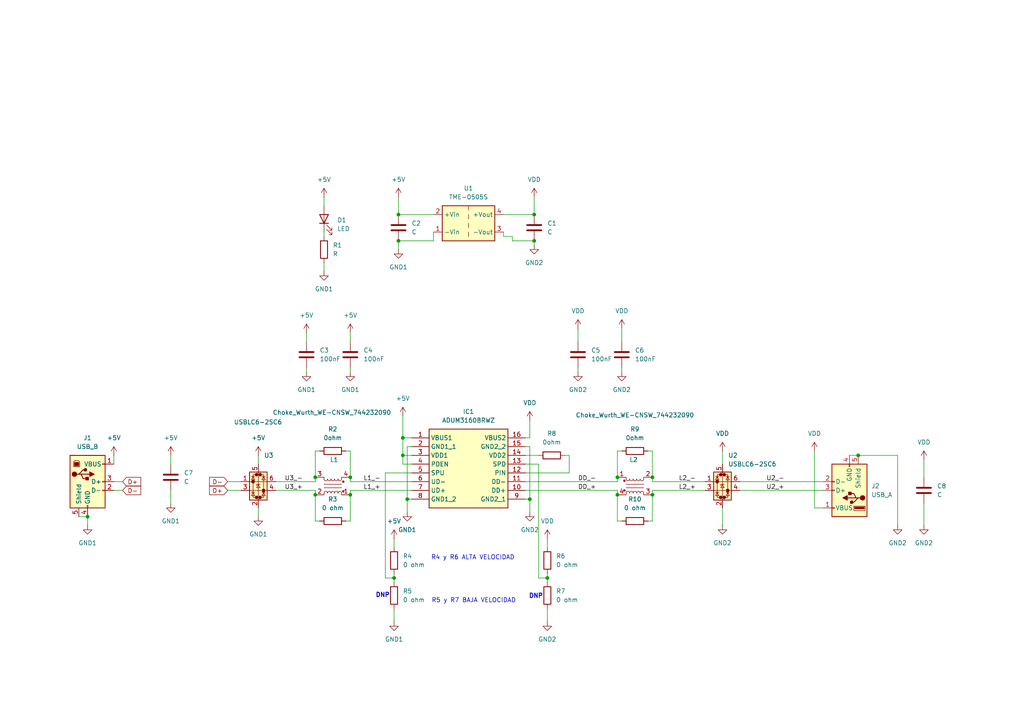
<source format=kicad_sch>
(kicad_sch
	(version 20231120)
	(generator "eeschema")
	(generator_version "8.0")
	(uuid "c2b6ce33-7d54-44f7-8c77-3da08078c76c")
	(paper "A4")
	(lib_symbols
		(symbol "Connector:USB_A"
			(pin_names
				(offset 1.016)
			)
			(exclude_from_sim no)
			(in_bom yes)
			(on_board yes)
			(property "Reference" "J"
				(at -5.08 11.43 0)
				(effects
					(font
						(size 1.27 1.27)
					)
					(justify left)
				)
			)
			(property "Value" "USB_A"
				(at -5.08 8.89 0)
				(effects
					(font
						(size 1.27 1.27)
					)
					(justify left)
				)
			)
			(property "Footprint" ""
				(at 3.81 -1.27 0)
				(effects
					(font
						(size 1.27 1.27)
					)
					(hide yes)
				)
			)
			(property "Datasheet" "~"
				(at 3.81 -1.27 0)
				(effects
					(font
						(size 1.27 1.27)
					)
					(hide yes)
				)
			)
			(property "Description" "USB Type A connector"
				(at 0 0 0)
				(effects
					(font
						(size 1.27 1.27)
					)
					(hide yes)
				)
			)
			(property "ki_keywords" "connector USB"
				(at 0 0 0)
				(effects
					(font
						(size 1.27 1.27)
					)
					(hide yes)
				)
			)
			(property "ki_fp_filters" "USB*"
				(at 0 0 0)
				(effects
					(font
						(size 1.27 1.27)
					)
					(hide yes)
				)
			)
			(symbol "USB_A_0_1"
				(rectangle
					(start -5.08 -7.62)
					(end 5.08 7.62)
					(stroke
						(width 0.254)
						(type default)
					)
					(fill
						(type background)
					)
				)
				(circle
					(center -3.81 2.159)
					(radius 0.635)
					(stroke
						(width 0.254)
						(type default)
					)
					(fill
						(type outline)
					)
				)
				(rectangle
					(start -1.524 4.826)
					(end -4.318 5.334)
					(stroke
						(width 0)
						(type default)
					)
					(fill
						(type outline)
					)
				)
				(rectangle
					(start -1.27 4.572)
					(end -4.572 5.842)
					(stroke
						(width 0)
						(type default)
					)
					(fill
						(type none)
					)
				)
				(circle
					(center -0.635 3.429)
					(radius 0.381)
					(stroke
						(width 0.254)
						(type default)
					)
					(fill
						(type outline)
					)
				)
				(rectangle
					(start -0.127 -7.62)
					(end 0.127 -6.858)
					(stroke
						(width 0)
						(type default)
					)
					(fill
						(type none)
					)
				)
				(polyline
					(pts
						(xy -3.175 2.159) (xy -2.54 2.159) (xy -1.27 3.429) (xy -0.635 3.429)
					)
					(stroke
						(width 0.254)
						(type default)
					)
					(fill
						(type none)
					)
				)
				(polyline
					(pts
						(xy -2.54 2.159) (xy -1.905 2.159) (xy -1.27 0.889) (xy 0 0.889)
					)
					(stroke
						(width 0.254)
						(type default)
					)
					(fill
						(type none)
					)
				)
				(polyline
					(pts
						(xy 0.635 2.794) (xy 0.635 1.524) (xy 1.905 2.159) (xy 0.635 2.794)
					)
					(stroke
						(width 0.254)
						(type default)
					)
					(fill
						(type outline)
					)
				)
				(rectangle
					(start 0.254 1.27)
					(end -0.508 0.508)
					(stroke
						(width 0.254)
						(type default)
					)
					(fill
						(type outline)
					)
				)
				(rectangle
					(start 5.08 -2.667)
					(end 4.318 -2.413)
					(stroke
						(width 0)
						(type default)
					)
					(fill
						(type none)
					)
				)
				(rectangle
					(start 5.08 -0.127)
					(end 4.318 0.127)
					(stroke
						(width 0)
						(type default)
					)
					(fill
						(type none)
					)
				)
				(rectangle
					(start 5.08 4.953)
					(end 4.318 5.207)
					(stroke
						(width 0)
						(type default)
					)
					(fill
						(type none)
					)
				)
			)
			(symbol "USB_A_1_1"
				(polyline
					(pts
						(xy -1.905 2.159) (xy 0.635 2.159)
					)
					(stroke
						(width 0.254)
						(type default)
					)
					(fill
						(type none)
					)
				)
				(pin power_in line
					(at 7.62 5.08 180)
					(length 2.54)
					(name "VBUS"
						(effects
							(font
								(size 1.27 1.27)
							)
						)
					)
					(number "1"
						(effects
							(font
								(size 1.27 1.27)
							)
						)
					)
				)
				(pin bidirectional line
					(at 7.62 -2.54 180)
					(length 2.54)
					(name "D-"
						(effects
							(font
								(size 1.27 1.27)
							)
						)
					)
					(number "2"
						(effects
							(font
								(size 1.27 1.27)
							)
						)
					)
				)
				(pin bidirectional line
					(at 7.62 0 180)
					(length 2.54)
					(name "D+"
						(effects
							(font
								(size 1.27 1.27)
							)
						)
					)
					(number "3"
						(effects
							(font
								(size 1.27 1.27)
							)
						)
					)
				)
				(pin power_in line
					(at 0 -10.16 90)
					(length 2.54)
					(name "GND"
						(effects
							(font
								(size 1.27 1.27)
							)
						)
					)
					(number "4"
						(effects
							(font
								(size 1.27 1.27)
							)
						)
					)
				)
				(pin passive line
					(at -2.54 -10.16 90)
					(length 2.54)
					(name "Shield"
						(effects
							(font
								(size 1.27 1.27)
							)
						)
					)
					(number "5"
						(effects
							(font
								(size 1.27 1.27)
							)
						)
					)
				)
			)
		)
		(symbol "Connector:USB_B"
			(pin_names
				(offset 1.016)
			)
			(exclude_from_sim no)
			(in_bom yes)
			(on_board yes)
			(property "Reference" "J"
				(at -5.08 11.43 0)
				(effects
					(font
						(size 1.27 1.27)
					)
					(justify left)
				)
			)
			(property "Value" "USB_B"
				(at -5.08 8.89 0)
				(effects
					(font
						(size 1.27 1.27)
					)
					(justify left)
				)
			)
			(property "Footprint" ""
				(at 3.81 -1.27 0)
				(effects
					(font
						(size 1.27 1.27)
					)
					(hide yes)
				)
			)
			(property "Datasheet" "~"
				(at 3.81 -1.27 0)
				(effects
					(font
						(size 1.27 1.27)
					)
					(hide yes)
				)
			)
			(property "Description" "USB Type B connector"
				(at 0 0 0)
				(effects
					(font
						(size 1.27 1.27)
					)
					(hide yes)
				)
			)
			(property "ki_keywords" "connector USB"
				(at 0 0 0)
				(effects
					(font
						(size 1.27 1.27)
					)
					(hide yes)
				)
			)
			(property "ki_fp_filters" "USB*"
				(at 0 0 0)
				(effects
					(font
						(size 1.27 1.27)
					)
					(hide yes)
				)
			)
			(symbol "USB_B_0_1"
				(rectangle
					(start -5.08 -7.62)
					(end 5.08 7.62)
					(stroke
						(width 0.254)
						(type default)
					)
					(fill
						(type background)
					)
				)
				(circle
					(center -3.81 2.159)
					(radius 0.635)
					(stroke
						(width 0.254)
						(type default)
					)
					(fill
						(type outline)
					)
				)
				(rectangle
					(start -3.81 5.588)
					(end -2.54 4.572)
					(stroke
						(width 0)
						(type default)
					)
					(fill
						(type outline)
					)
				)
				(circle
					(center -0.635 3.429)
					(radius 0.381)
					(stroke
						(width 0.254)
						(type default)
					)
					(fill
						(type outline)
					)
				)
				(rectangle
					(start -0.127 -7.62)
					(end 0.127 -6.858)
					(stroke
						(width 0)
						(type default)
					)
					(fill
						(type none)
					)
				)
				(polyline
					(pts
						(xy -1.905 2.159) (xy 0.635 2.159)
					)
					(stroke
						(width 0.254)
						(type default)
					)
					(fill
						(type none)
					)
				)
				(polyline
					(pts
						(xy -3.175 2.159) (xy -2.54 2.159) (xy -1.27 3.429) (xy -0.635 3.429)
					)
					(stroke
						(width 0.254)
						(type default)
					)
					(fill
						(type none)
					)
				)
				(polyline
					(pts
						(xy -2.54 2.159) (xy -1.905 2.159) (xy -1.27 0.889) (xy 0 0.889)
					)
					(stroke
						(width 0.254)
						(type default)
					)
					(fill
						(type none)
					)
				)
				(polyline
					(pts
						(xy 0.635 2.794) (xy 0.635 1.524) (xy 1.905 2.159) (xy 0.635 2.794)
					)
					(stroke
						(width 0.254)
						(type default)
					)
					(fill
						(type outline)
					)
				)
				(polyline
					(pts
						(xy -4.064 4.318) (xy -2.286 4.318) (xy -2.286 5.715) (xy -2.667 6.096) (xy -3.683 6.096) (xy -4.064 5.715)
						(xy -4.064 4.318)
					)
					(stroke
						(width 0)
						(type default)
					)
					(fill
						(type none)
					)
				)
				(rectangle
					(start 0.254 1.27)
					(end -0.508 0.508)
					(stroke
						(width 0.254)
						(type default)
					)
					(fill
						(type outline)
					)
				)
				(rectangle
					(start 5.08 -2.667)
					(end 4.318 -2.413)
					(stroke
						(width 0)
						(type default)
					)
					(fill
						(type none)
					)
				)
				(rectangle
					(start 5.08 -0.127)
					(end 4.318 0.127)
					(stroke
						(width 0)
						(type default)
					)
					(fill
						(type none)
					)
				)
				(rectangle
					(start 5.08 4.953)
					(end 4.318 5.207)
					(stroke
						(width 0)
						(type default)
					)
					(fill
						(type none)
					)
				)
			)
			(symbol "USB_B_1_1"
				(pin power_out line
					(at 7.62 5.08 180)
					(length 2.54)
					(name "VBUS"
						(effects
							(font
								(size 1.27 1.27)
							)
						)
					)
					(number "1"
						(effects
							(font
								(size 1.27 1.27)
							)
						)
					)
				)
				(pin bidirectional line
					(at 7.62 -2.54 180)
					(length 2.54)
					(name "D-"
						(effects
							(font
								(size 1.27 1.27)
							)
						)
					)
					(number "2"
						(effects
							(font
								(size 1.27 1.27)
							)
						)
					)
				)
				(pin bidirectional line
					(at 7.62 0 180)
					(length 2.54)
					(name "D+"
						(effects
							(font
								(size 1.27 1.27)
							)
						)
					)
					(number "3"
						(effects
							(font
								(size 1.27 1.27)
							)
						)
					)
				)
				(pin power_out line
					(at 0 -10.16 90)
					(length 2.54)
					(name "GND"
						(effects
							(font
								(size 1.27 1.27)
							)
						)
					)
					(number "4"
						(effects
							(font
								(size 1.27 1.27)
							)
						)
					)
				)
				(pin passive line
					(at -2.54 -10.16 90)
					(length 2.54)
					(name "Shield"
						(effects
							(font
								(size 1.27 1.27)
							)
						)
					)
					(number "5"
						(effects
							(font
								(size 1.27 1.27)
							)
						)
					)
				)
			)
		)
		(symbol "Converter_DCDC:TME-0505S"
			(exclude_from_sim no)
			(in_bom yes)
			(on_board yes)
			(property "Reference" "U"
				(at -6.35 6.35 0)
				(effects
					(font
						(size 1.27 1.27)
					)
				)
			)
			(property "Value" "TME-0505S"
				(at 2.54 6.35 0)
				(effects
					(font
						(size 1.27 1.27)
					)
				)
			)
			(property "Footprint" "Converter_DCDC:Converter_DCDC_TRACO_TME_03xxS_05xxS_12xxS_Single_THT"
				(at 0 -8.89 0)
				(effects
					(font
						(size 1.27 1.27)
					)
					(hide yes)
				)
			)
			(property "Datasheet" "https://www.tracopower.com/products/tme.pdf"
				(at 0 -6.35 0)
				(effects
					(font
						(size 1.27 1.27)
					)
					(hide yes)
				)
			)
			(property "Description" "1W DC/DC converter unregulated, 4.5-5.5V input, 5V output voltage, 200mA output, 1kVDC isolation, SIP-4"
				(at 0 0 0)
				(effects
					(font
						(size 1.27 1.27)
					)
					(hide yes)
				)
			)
			(property "ki_keywords" "Traco isolated isolation dc-dc converter not-regulated non-regulated single 1W"
				(at 0 0 0)
				(effects
					(font
						(size 1.27 1.27)
					)
					(hide yes)
				)
			)
			(property "ki_fp_filters" "Converter*DCDC*TRACO*TME*03xxS*05xxS*12xxS*Single*"
				(at 0 0 0)
				(effects
					(font
						(size 1.27 1.27)
					)
					(hide yes)
				)
			)
			(symbol "TME-0505S_0_0"
				(pin power_in line
					(at -10.16 -2.54 0)
					(length 2.54)
					(name "-Vin"
						(effects
							(font
								(size 1.27 1.27)
							)
						)
					)
					(number "1"
						(effects
							(font
								(size 1.27 1.27)
							)
						)
					)
				)
				(pin power_in line
					(at -10.16 2.54 0)
					(length 2.54)
					(name "+Vin"
						(effects
							(font
								(size 1.27 1.27)
							)
						)
					)
					(number "2"
						(effects
							(font
								(size 1.27 1.27)
							)
						)
					)
				)
				(pin power_out line
					(at 10.16 -2.54 180)
					(length 2.54)
					(name "-Vout"
						(effects
							(font
								(size 1.27 1.27)
							)
						)
					)
					(number "3"
						(effects
							(font
								(size 1.27 1.27)
							)
						)
					)
				)
				(pin power_out line
					(at 10.16 2.54 180)
					(length 2.54)
					(name "+Vout"
						(effects
							(font
								(size 1.27 1.27)
							)
						)
					)
					(number "4"
						(effects
							(font
								(size 1.27 1.27)
							)
						)
					)
				)
			)
			(symbol "TME-0505S_0_1"
				(rectangle
					(start -7.62 5.08)
					(end 7.62 -5.08)
					(stroke
						(width 0.254)
						(type default)
					)
					(fill
						(type background)
					)
				)
				(polyline
					(pts
						(xy 0 -2.54) (xy 0 -3.81)
					)
					(stroke
						(width 0)
						(type default)
					)
					(fill
						(type none)
					)
				)
				(polyline
					(pts
						(xy 0 0) (xy 0 -1.27)
					)
					(stroke
						(width 0)
						(type default)
					)
					(fill
						(type none)
					)
				)
				(polyline
					(pts
						(xy 0 2.54) (xy 0 1.27)
					)
					(stroke
						(width 0)
						(type default)
					)
					(fill
						(type none)
					)
				)
				(polyline
					(pts
						(xy 0 5.08) (xy 0 3.81)
					)
					(stroke
						(width 0)
						(type default)
					)
					(fill
						(type none)
					)
				)
			)
		)
		(symbol "Device:C"
			(pin_numbers hide)
			(pin_names
				(offset 0.254)
			)
			(exclude_from_sim no)
			(in_bom yes)
			(on_board yes)
			(property "Reference" "C"
				(at 0.635 2.54 0)
				(effects
					(font
						(size 1.27 1.27)
					)
					(justify left)
				)
			)
			(property "Value" "C"
				(at 0.635 -2.54 0)
				(effects
					(font
						(size 1.27 1.27)
					)
					(justify left)
				)
			)
			(property "Footprint" ""
				(at 0.9652 -3.81 0)
				(effects
					(font
						(size 1.27 1.27)
					)
					(hide yes)
				)
			)
			(property "Datasheet" "~"
				(at 0 0 0)
				(effects
					(font
						(size 1.27 1.27)
					)
					(hide yes)
				)
			)
			(property "Description" "Unpolarized capacitor"
				(at 0 0 0)
				(effects
					(font
						(size 1.27 1.27)
					)
					(hide yes)
				)
			)
			(property "ki_keywords" "cap capacitor"
				(at 0 0 0)
				(effects
					(font
						(size 1.27 1.27)
					)
					(hide yes)
				)
			)
			(property "ki_fp_filters" "C_*"
				(at 0 0 0)
				(effects
					(font
						(size 1.27 1.27)
					)
					(hide yes)
				)
			)
			(symbol "C_0_1"
				(polyline
					(pts
						(xy -2.032 -0.762) (xy 2.032 -0.762)
					)
					(stroke
						(width 0.508)
						(type default)
					)
					(fill
						(type none)
					)
				)
				(polyline
					(pts
						(xy -2.032 0.762) (xy 2.032 0.762)
					)
					(stroke
						(width 0.508)
						(type default)
					)
					(fill
						(type none)
					)
				)
			)
			(symbol "C_1_1"
				(pin passive line
					(at 0 3.81 270)
					(length 2.794)
					(name "~"
						(effects
							(font
								(size 1.27 1.27)
							)
						)
					)
					(number "1"
						(effects
							(font
								(size 1.27 1.27)
							)
						)
					)
				)
				(pin passive line
					(at 0 -3.81 90)
					(length 2.794)
					(name "~"
						(effects
							(font
								(size 1.27 1.27)
							)
						)
					)
					(number "2"
						(effects
							(font
								(size 1.27 1.27)
							)
						)
					)
				)
			)
		)
		(symbol "Device:LED"
			(pin_numbers hide)
			(pin_names
				(offset 1.016) hide)
			(exclude_from_sim no)
			(in_bom yes)
			(on_board yes)
			(property "Reference" "D"
				(at 0 2.54 0)
				(effects
					(font
						(size 1.27 1.27)
					)
				)
			)
			(property "Value" "LED"
				(at 0 -2.54 0)
				(effects
					(font
						(size 1.27 1.27)
					)
				)
			)
			(property "Footprint" ""
				(at 0 0 0)
				(effects
					(font
						(size 1.27 1.27)
					)
					(hide yes)
				)
			)
			(property "Datasheet" "~"
				(at 0 0 0)
				(effects
					(font
						(size 1.27 1.27)
					)
					(hide yes)
				)
			)
			(property "Description" "Light emitting diode"
				(at 0 0 0)
				(effects
					(font
						(size 1.27 1.27)
					)
					(hide yes)
				)
			)
			(property "ki_keywords" "LED diode"
				(at 0 0 0)
				(effects
					(font
						(size 1.27 1.27)
					)
					(hide yes)
				)
			)
			(property "ki_fp_filters" "LED* LED_SMD:* LED_THT:*"
				(at 0 0 0)
				(effects
					(font
						(size 1.27 1.27)
					)
					(hide yes)
				)
			)
			(symbol "LED_0_1"
				(polyline
					(pts
						(xy -1.27 -1.27) (xy -1.27 1.27)
					)
					(stroke
						(width 0.254)
						(type default)
					)
					(fill
						(type none)
					)
				)
				(polyline
					(pts
						(xy -1.27 0) (xy 1.27 0)
					)
					(stroke
						(width 0)
						(type default)
					)
					(fill
						(type none)
					)
				)
				(polyline
					(pts
						(xy 1.27 -1.27) (xy 1.27 1.27) (xy -1.27 0) (xy 1.27 -1.27)
					)
					(stroke
						(width 0.254)
						(type default)
					)
					(fill
						(type none)
					)
				)
				(polyline
					(pts
						(xy -3.048 -0.762) (xy -4.572 -2.286) (xy -3.81 -2.286) (xy -4.572 -2.286) (xy -4.572 -1.524)
					)
					(stroke
						(width 0)
						(type default)
					)
					(fill
						(type none)
					)
				)
				(polyline
					(pts
						(xy -1.778 -0.762) (xy -3.302 -2.286) (xy -2.54 -2.286) (xy -3.302 -2.286) (xy -3.302 -1.524)
					)
					(stroke
						(width 0)
						(type default)
					)
					(fill
						(type none)
					)
				)
			)
			(symbol "LED_1_1"
				(pin passive line
					(at -3.81 0 0)
					(length 2.54)
					(name "K"
						(effects
							(font
								(size 1.27 1.27)
							)
						)
					)
					(number "1"
						(effects
							(font
								(size 1.27 1.27)
							)
						)
					)
				)
				(pin passive line
					(at 3.81 0 180)
					(length 2.54)
					(name "A"
						(effects
							(font
								(size 1.27 1.27)
							)
						)
					)
					(number "2"
						(effects
							(font
								(size 1.27 1.27)
							)
						)
					)
				)
			)
		)
		(symbol "Device:R"
			(pin_numbers hide)
			(pin_names
				(offset 0)
			)
			(exclude_from_sim no)
			(in_bom yes)
			(on_board yes)
			(property "Reference" "R"
				(at 2.032 0 90)
				(effects
					(font
						(size 1.27 1.27)
					)
				)
			)
			(property "Value" "R"
				(at 0 0 90)
				(effects
					(font
						(size 1.27 1.27)
					)
				)
			)
			(property "Footprint" ""
				(at -1.778 0 90)
				(effects
					(font
						(size 1.27 1.27)
					)
					(hide yes)
				)
			)
			(property "Datasheet" "~"
				(at 0 0 0)
				(effects
					(font
						(size 1.27 1.27)
					)
					(hide yes)
				)
			)
			(property "Description" "Resistor"
				(at 0 0 0)
				(effects
					(font
						(size 1.27 1.27)
					)
					(hide yes)
				)
			)
			(property "ki_keywords" "R res resistor"
				(at 0 0 0)
				(effects
					(font
						(size 1.27 1.27)
					)
					(hide yes)
				)
			)
			(property "ki_fp_filters" "R_*"
				(at 0 0 0)
				(effects
					(font
						(size 1.27 1.27)
					)
					(hide yes)
				)
			)
			(symbol "R_0_1"
				(rectangle
					(start -1.016 -2.54)
					(end 1.016 2.54)
					(stroke
						(width 0.254)
						(type default)
					)
					(fill
						(type none)
					)
				)
			)
			(symbol "R_1_1"
				(pin passive line
					(at 0 3.81 270)
					(length 1.27)
					(name "~"
						(effects
							(font
								(size 1.27 1.27)
							)
						)
					)
					(number "1"
						(effects
							(font
								(size 1.27 1.27)
							)
						)
					)
				)
				(pin passive line
					(at 0 -3.81 90)
					(length 1.27)
					(name "~"
						(effects
							(font
								(size 1.27 1.27)
							)
						)
					)
					(number "2"
						(effects
							(font
								(size 1.27 1.27)
							)
						)
					)
				)
			)
		)
		(symbol "Filter:Choke_Wurth_WE-CNSW_744232090"
			(exclude_from_sim no)
			(in_bom yes)
			(on_board yes)
			(property "Reference" "L"
				(at 0 5.08 0)
				(effects
					(font
						(size 1.27 1.27)
					)
				)
			)
			(property "Value" "Choke_Wurth_WE-CNSW_744232090"
				(at 0 -5.08 0)
				(effects
					(font
						(size 1.27 1.27)
					)
				)
			)
			(property "Footprint" "Inductor_SMD:L_CommonMode_Wurth_WE-CNSW-1206"
				(at 0 -10.16 0)
				(effects
					(font
						(size 1.27 1.27)
					)
					(hide yes)
				)
			)
			(property "Datasheet" "https://www.we-online.com/components/products/datasheet/744232090.pdf"
				(at 0 -7.62 0)
				(effects
					(font
						(size 1.27 1.27)
					)
					(hide yes)
				)
			)
			(property "Description" "Common mode choke, 370 mA, 125VDC, USB2.0, 111 nH"
				(at 0 0 0)
				(effects
					(font
						(size 1.27 1.27)
					)
					(hide yes)
				)
			)
			(property "ki_keywords" "common mode choke emi usb"
				(at 0 0 0)
				(effects
					(font
						(size 1.27 1.27)
					)
					(hide yes)
				)
			)
			(property "ki_fp_filters" "L*CommonMode*Wurth*WE*CNSW*1206*"
				(at 0 0 0)
				(effects
					(font
						(size 1.27 1.27)
					)
					(hide yes)
				)
			)
			(symbol "Choke_Wurth_WE-CNSW_744232090_1_1"
				(circle
					(center -3.048 -1.27)
					(radius 0.254)
					(stroke
						(width 0)
						(type default)
					)
					(fill
						(type outline)
					)
				)
				(circle
					(center -3.048 1.524)
					(radius 0.254)
					(stroke
						(width 0)
						(type default)
					)
					(fill
						(type outline)
					)
				)
				(arc
					(start -2.54 2.032)
					(mid -2.032 1.5262)
					(end -1.524 2.032)
					(stroke
						(width 0)
						(type default)
					)
					(fill
						(type none)
					)
				)
				(arc
					(start -1.524 -2.032)
					(mid -2.032 -1.5262)
					(end -2.54 -2.032)
					(stroke
						(width 0)
						(type default)
					)
					(fill
						(type none)
					)
				)
				(arc
					(start -1.524 2.032)
					(mid -1.016 1.5262)
					(end -0.508 2.032)
					(stroke
						(width 0)
						(type default)
					)
					(fill
						(type none)
					)
				)
				(arc
					(start -0.508 -2.032)
					(mid -1.016 -1.5262)
					(end -1.524 -2.032)
					(stroke
						(width 0)
						(type default)
					)
					(fill
						(type none)
					)
				)
				(arc
					(start -0.508 2.032)
					(mid 0 1.5262)
					(end 0.508 2.032)
					(stroke
						(width 0)
						(type default)
					)
					(fill
						(type none)
					)
				)
				(polyline
					(pts
						(xy -2.54 -2.032) (xy -2.54 -2.54)
					)
					(stroke
						(width 0)
						(type default)
					)
					(fill
						(type none)
					)
				)
				(polyline
					(pts
						(xy -2.54 0.508) (xy 2.54 0.508)
					)
					(stroke
						(width 0)
						(type default)
					)
					(fill
						(type none)
					)
				)
				(polyline
					(pts
						(xy -2.54 2.032) (xy -2.54 2.54)
					)
					(stroke
						(width 0)
						(type default)
					)
					(fill
						(type none)
					)
				)
				(polyline
					(pts
						(xy 2.54 -2.032) (xy 2.54 -2.54)
					)
					(stroke
						(width 0)
						(type default)
					)
					(fill
						(type none)
					)
				)
				(polyline
					(pts
						(xy 2.54 -0.508) (xy -2.54 -0.508)
					)
					(stroke
						(width 0)
						(type default)
					)
					(fill
						(type none)
					)
				)
				(polyline
					(pts
						(xy 2.54 2.54) (xy 2.54 2.032)
					)
					(stroke
						(width 0)
						(type default)
					)
					(fill
						(type none)
					)
				)
				(arc
					(start 0.508 -2.032)
					(mid 0 -1.5262)
					(end -0.508 -2.032)
					(stroke
						(width 0)
						(type default)
					)
					(fill
						(type none)
					)
				)
				(arc
					(start 0.508 2.032)
					(mid 1.016 1.5262)
					(end 1.524 2.032)
					(stroke
						(width 0)
						(type default)
					)
					(fill
						(type none)
					)
				)
				(arc
					(start 1.524 -2.032)
					(mid 1.016 -1.5262)
					(end 0.508 -2.032)
					(stroke
						(width 0)
						(type default)
					)
					(fill
						(type none)
					)
				)
				(arc
					(start 1.524 2.032)
					(mid 2.032 1.5262)
					(end 2.54 2.032)
					(stroke
						(width 0)
						(type default)
					)
					(fill
						(type none)
					)
				)
				(arc
					(start 2.54 -2.032)
					(mid 2.032 -1.5262)
					(end 1.524 -2.032)
					(stroke
						(width 0)
						(type default)
					)
					(fill
						(type none)
					)
				)
				(pin passive line
					(at -5.08 2.54 0)
					(length 2.54)
					(name ""
						(effects
							(font
								(size 1.27 1.27)
							)
						)
					)
					(number "1"
						(effects
							(font
								(size 1.27 1.27)
							)
						)
					)
				)
				(pin passive line
					(at 5.08 2.54 180)
					(length 2.54)
					(name ""
						(effects
							(font
								(size 1.27 1.27)
							)
						)
					)
					(number "2"
						(effects
							(font
								(size 1.27 1.27)
							)
						)
					)
				)
				(pin passive line
					(at 5.08 -2.54 180)
					(length 2.54)
					(name ""
						(effects
							(font
								(size 1.27 1.27)
							)
						)
					)
					(number "3"
						(effects
							(font
								(size 1.27 1.27)
							)
						)
					)
				)
				(pin passive line
					(at -5.08 -2.54 0)
					(length 2.54)
					(name ""
						(effects
							(font
								(size 1.27 1.27)
							)
						)
					)
					(number "4"
						(effects
							(font
								(size 1.27 1.27)
							)
						)
					)
				)
			)
		)
		(symbol "Power_Protection:USBLC6-2SC6"
			(pin_names hide)
			(exclude_from_sim no)
			(in_bom yes)
			(on_board yes)
			(property "Reference" "U"
				(at 0.635 5.715 0)
				(effects
					(font
						(size 1.27 1.27)
					)
					(justify left)
				)
			)
			(property "Value" "USBLC6-2SC6"
				(at 0.635 3.81 0)
				(effects
					(font
						(size 1.27 1.27)
					)
					(justify left)
				)
			)
			(property "Footprint" "Package_TO_SOT_SMD:SOT-23-6"
				(at 1.27 -6.35 0)
				(effects
					(font
						(size 1.27 1.27)
						(italic yes)
					)
					(justify left)
					(hide yes)
				)
			)
			(property "Datasheet" "https://www.st.com/resource/en/datasheet/usblc6-2.pdf"
				(at 1.27 -8.255 0)
				(effects
					(font
						(size 1.27 1.27)
					)
					(justify left)
					(hide yes)
				)
			)
			(property "Description" "Very low capacitance ESD protection diode, 2 data-line, SOT-23-6"
				(at 0 0 0)
				(effects
					(font
						(size 1.27 1.27)
					)
					(hide yes)
				)
			)
			(property "ki_keywords" "usb ethernet video"
				(at 0 0 0)
				(effects
					(font
						(size 1.27 1.27)
					)
					(hide yes)
				)
			)
			(property "ki_fp_filters" "SOT?23*"
				(at 0 0 0)
				(effects
					(font
						(size 1.27 1.27)
					)
					(hide yes)
				)
			)
			(symbol "USBLC6-2SC6_0_0"
				(circle
					(center -1.524 0)
					(radius 0.0001)
					(stroke
						(width 0.508)
						(type default)
					)
					(fill
						(type none)
					)
				)
				(circle
					(center -0.508 -4.572)
					(radius 0.0001)
					(stroke
						(width 0.508)
						(type default)
					)
					(fill
						(type none)
					)
				)
				(circle
					(center -0.508 2.032)
					(radius 0.0001)
					(stroke
						(width 0.508)
						(type default)
					)
					(fill
						(type none)
					)
				)
				(circle
					(center 0.508 -4.572)
					(radius 0.0001)
					(stroke
						(width 0.508)
						(type default)
					)
					(fill
						(type none)
					)
				)
				(circle
					(center 0.508 2.032)
					(radius 0.0001)
					(stroke
						(width 0.508)
						(type default)
					)
					(fill
						(type none)
					)
				)
				(circle
					(center 1.524 -2.54)
					(radius 0.0001)
					(stroke
						(width 0.508)
						(type default)
					)
					(fill
						(type none)
					)
				)
			)
			(symbol "USBLC6-2SC6_0_1"
				(polyline
					(pts
						(xy -2.54 -2.54) (xy 2.54 -2.54)
					)
					(stroke
						(width 0)
						(type default)
					)
					(fill
						(type none)
					)
				)
				(polyline
					(pts
						(xy -2.54 0) (xy 2.54 0)
					)
					(stroke
						(width 0)
						(type default)
					)
					(fill
						(type none)
					)
				)
				(polyline
					(pts
						(xy -2.032 -3.048) (xy -1.016 -3.048)
					)
					(stroke
						(width 0)
						(type default)
					)
					(fill
						(type none)
					)
				)
				(polyline
					(pts
						(xy -1.016 1.524) (xy -2.032 1.524)
					)
					(stroke
						(width 0)
						(type default)
					)
					(fill
						(type none)
					)
				)
				(polyline
					(pts
						(xy 1.016 -3.048) (xy 2.032 -3.048)
					)
					(stroke
						(width 0)
						(type default)
					)
					(fill
						(type none)
					)
				)
				(polyline
					(pts
						(xy 1.016 1.524) (xy 2.032 1.524)
					)
					(stroke
						(width 0)
						(type default)
					)
					(fill
						(type none)
					)
				)
				(polyline
					(pts
						(xy -0.508 -1.143) (xy -0.508 -0.762) (xy 0.508 -0.762)
					)
					(stroke
						(width 0)
						(type default)
					)
					(fill
						(type none)
					)
				)
				(polyline
					(pts
						(xy -2.032 0.508) (xy -1.016 0.508) (xy -1.524 1.524) (xy -2.032 0.508)
					)
					(stroke
						(width 0)
						(type default)
					)
					(fill
						(type none)
					)
				)
				(polyline
					(pts
						(xy -1.016 -4.064) (xy -2.032 -4.064) (xy -1.524 -3.048) (xy -1.016 -4.064)
					)
					(stroke
						(width 0)
						(type default)
					)
					(fill
						(type none)
					)
				)
				(polyline
					(pts
						(xy 0.508 -1.778) (xy -0.508 -1.778) (xy 0 -0.762) (xy 0.508 -1.778)
					)
					(stroke
						(width 0)
						(type default)
					)
					(fill
						(type none)
					)
				)
				(polyline
					(pts
						(xy 2.032 -4.064) (xy 1.016 -4.064) (xy 1.524 -3.048) (xy 2.032 -4.064)
					)
					(stroke
						(width 0)
						(type default)
					)
					(fill
						(type none)
					)
				)
				(polyline
					(pts
						(xy 2.032 0.508) (xy 1.016 0.508) (xy 1.524 1.524) (xy 2.032 0.508)
					)
					(stroke
						(width 0)
						(type default)
					)
					(fill
						(type none)
					)
				)
				(polyline
					(pts
						(xy 0 2.54) (xy -0.508 2.032) (xy 0.508 2.032) (xy 0 1.524) (xy 0 -4.064) (xy -0.508 -4.572) (xy 0.508 -4.572)
						(xy 0 -5.08)
					)
					(stroke
						(width 0)
						(type default)
					)
					(fill
						(type none)
					)
				)
			)
			(symbol "USBLC6-2SC6_1_1"
				(rectangle
					(start -2.54 2.794)
					(end 2.54 -5.334)
					(stroke
						(width 0.254)
						(type default)
					)
					(fill
						(type background)
					)
				)
				(polyline
					(pts
						(xy -0.508 2.032) (xy -1.524 2.032) (xy -1.524 -4.572) (xy -0.508 -4.572)
					)
					(stroke
						(width 0)
						(type default)
					)
					(fill
						(type none)
					)
				)
				(polyline
					(pts
						(xy 0.508 -4.572) (xy 1.524 -4.572) (xy 1.524 2.032) (xy 0.508 2.032)
					)
					(stroke
						(width 0)
						(type default)
					)
					(fill
						(type none)
					)
				)
				(pin passive line
					(at -5.08 0 0)
					(length 2.54)
					(name "I/O1"
						(effects
							(font
								(size 1.27 1.27)
							)
						)
					)
					(number "1"
						(effects
							(font
								(size 1.27 1.27)
							)
						)
					)
				)
				(pin passive line
					(at 0 -7.62 90)
					(length 2.54)
					(name "GND"
						(effects
							(font
								(size 1.27 1.27)
							)
						)
					)
					(number "2"
						(effects
							(font
								(size 1.27 1.27)
							)
						)
					)
				)
				(pin passive line
					(at -5.08 -2.54 0)
					(length 2.54)
					(name "I/O2"
						(effects
							(font
								(size 1.27 1.27)
							)
						)
					)
					(number "3"
						(effects
							(font
								(size 1.27 1.27)
							)
						)
					)
				)
				(pin passive line
					(at 5.08 -2.54 180)
					(length 2.54)
					(name "I/O2"
						(effects
							(font
								(size 1.27 1.27)
							)
						)
					)
					(number "4"
						(effects
							(font
								(size 1.27 1.27)
							)
						)
					)
				)
				(pin passive line
					(at 0 5.08 270)
					(length 2.54)
					(name "VBUS"
						(effects
							(font
								(size 1.27 1.27)
							)
						)
					)
					(number "5"
						(effects
							(font
								(size 1.27 1.27)
							)
						)
					)
				)
				(pin passive line
					(at 5.08 0 180)
					(length 2.54)
					(name "I/O1"
						(effects
							(font
								(size 1.27 1.27)
							)
						)
					)
					(number "6"
						(effects
							(font
								(size 1.27 1.27)
							)
						)
					)
				)
			)
		)
		(symbol "SamacSys_Parts:ADUM3160BRWZ"
			(exclude_from_sim no)
			(in_bom yes)
			(on_board yes)
			(property "Reference" "IC"
				(at 29.21 7.62 0)
				(effects
					(font
						(size 1.27 1.27)
					)
					(justify left top)
				)
			)
			(property "Value" "ADUM3160BRWZ"
				(at 29.21 5.08 0)
				(effects
					(font
						(size 1.27 1.27)
					)
					(justify left top)
				)
			)
			(property "Footprint" "SOIC127P1032X265-16N"
				(at 29.21 -94.92 0)
				(effects
					(font
						(size 1.27 1.27)
					)
					(justify left top)
					(hide yes)
				)
			)
			(property "Datasheet" "http://www.analog.com/media/en/technical-documentation/data-sheets/ADuM3160.pdf"
				(at 29.21 -194.92 0)
				(effects
					(font
						(size 1.27 1.27)
					)
					(justify left top)
					(hide yes)
				)
			)
			(property "Description" "Analog Devices ADUM3160BRWZ PCB SMT Digital Isolator, 2500 V, 16-Pin SO16"
				(at 0 0 0)
				(effects
					(font
						(size 1.27 1.27)
					)
					(hide yes)
				)
			)
			(property "Height" "2.65"
				(at 29.21 -394.92 0)
				(effects
					(font
						(size 1.27 1.27)
					)
					(justify left top)
					(hide yes)
				)
			)
			(property "Manufacturer_Name" "Analog Devices"
				(at 29.21 -494.92 0)
				(effects
					(font
						(size 1.27 1.27)
					)
					(justify left top)
					(hide yes)
				)
			)
			(property "Manufacturer_Part_Number" "ADUM3160BRWZ"
				(at 29.21 -594.92 0)
				(effects
					(font
						(size 1.27 1.27)
					)
					(justify left top)
					(hide yes)
				)
			)
			(property "Mouser Part Number" "584-ADUM3160BRWZ"
				(at 29.21 -694.92 0)
				(effects
					(font
						(size 1.27 1.27)
					)
					(justify left top)
					(hide yes)
				)
			)
			(property "Mouser Price/Stock" "https://www.mouser.co.uk/ProductDetail/Analog-Devices/ADUM3160BRWZ?qs=WIvQP4zGanjmPiCfFUKkZQ%3D%3D"
				(at 29.21 -794.92 0)
				(effects
					(font
						(size 1.27 1.27)
					)
					(justify left top)
					(hide yes)
				)
			)
			(property "Arrow Part Number" "ADUM3160BRWZ"
				(at 29.21 -894.92 0)
				(effects
					(font
						(size 1.27 1.27)
					)
					(justify left top)
					(hide yes)
				)
			)
			(property "Arrow Price/Stock" "https://www.arrow.com/en/products/adum3160brwz/analog-devices?utm_currency=USD&region=nac"
				(at 29.21 -994.92 0)
				(effects
					(font
						(size 1.27 1.27)
					)
					(justify left top)
					(hide yes)
				)
			)
			(symbol "ADUM3160BRWZ_1_1"
				(rectangle
					(start 5.08 2.54)
					(end 27.94 -20.32)
					(stroke
						(width 0.254)
						(type default)
					)
					(fill
						(type background)
					)
				)
				(pin passive line
					(at 0 0 0)
					(length 5.08)
					(name "VBUS1"
						(effects
							(font
								(size 1.27 1.27)
							)
						)
					)
					(number "1"
						(effects
							(font
								(size 1.27 1.27)
							)
						)
					)
				)
				(pin passive line
					(at 33.02 -15.24 180)
					(length 5.08)
					(name "DD+"
						(effects
							(font
								(size 1.27 1.27)
							)
						)
					)
					(number "10"
						(effects
							(font
								(size 1.27 1.27)
							)
						)
					)
				)
				(pin passive line
					(at 33.02 -12.7 180)
					(length 5.08)
					(name "DD-"
						(effects
							(font
								(size 1.27 1.27)
							)
						)
					)
					(number "11"
						(effects
							(font
								(size 1.27 1.27)
							)
						)
					)
				)
				(pin passive line
					(at 33.02 -10.16 180)
					(length 5.08)
					(name "PIN"
						(effects
							(font
								(size 1.27 1.27)
							)
						)
					)
					(number "12"
						(effects
							(font
								(size 1.27 1.27)
							)
						)
					)
				)
				(pin passive line
					(at 33.02 -7.62 180)
					(length 5.08)
					(name "SPD"
						(effects
							(font
								(size 1.27 1.27)
							)
						)
					)
					(number "13"
						(effects
							(font
								(size 1.27 1.27)
							)
						)
					)
				)
				(pin passive line
					(at 33.02 -5.08 180)
					(length 5.08)
					(name "VDD2"
						(effects
							(font
								(size 1.27 1.27)
							)
						)
					)
					(number "14"
						(effects
							(font
								(size 1.27 1.27)
							)
						)
					)
				)
				(pin passive line
					(at 33.02 -2.54 180)
					(length 5.08)
					(name "GND2_2"
						(effects
							(font
								(size 1.27 1.27)
							)
						)
					)
					(number "15"
						(effects
							(font
								(size 1.27 1.27)
							)
						)
					)
				)
				(pin passive line
					(at 33.02 0 180)
					(length 5.08)
					(name "VBUS2"
						(effects
							(font
								(size 1.27 1.27)
							)
						)
					)
					(number "16"
						(effects
							(font
								(size 1.27 1.27)
							)
						)
					)
				)
				(pin passive line
					(at 0 -2.54 0)
					(length 5.08)
					(name "GND1_1"
						(effects
							(font
								(size 1.27 1.27)
							)
						)
					)
					(number "2"
						(effects
							(font
								(size 1.27 1.27)
							)
						)
					)
				)
				(pin passive line
					(at 0 -5.08 0)
					(length 5.08)
					(name "VDD1"
						(effects
							(font
								(size 1.27 1.27)
							)
						)
					)
					(number "3"
						(effects
							(font
								(size 1.27 1.27)
							)
						)
					)
				)
				(pin passive line
					(at 0 -7.62 0)
					(length 5.08)
					(name "PDEN"
						(effects
							(font
								(size 1.27 1.27)
							)
						)
					)
					(number "4"
						(effects
							(font
								(size 1.27 1.27)
							)
						)
					)
				)
				(pin passive line
					(at 0 -10.16 0)
					(length 5.08)
					(name "SPU"
						(effects
							(font
								(size 1.27 1.27)
							)
						)
					)
					(number "5"
						(effects
							(font
								(size 1.27 1.27)
							)
						)
					)
				)
				(pin passive line
					(at 0 -12.7 0)
					(length 5.08)
					(name "UD-"
						(effects
							(font
								(size 1.27 1.27)
							)
						)
					)
					(number "6"
						(effects
							(font
								(size 1.27 1.27)
							)
						)
					)
				)
				(pin passive line
					(at 0 -15.24 0)
					(length 5.08)
					(name "UD+"
						(effects
							(font
								(size 1.27 1.27)
							)
						)
					)
					(number "7"
						(effects
							(font
								(size 1.27 1.27)
							)
						)
					)
				)
				(pin passive line
					(at 0 -17.78 0)
					(length 5.08)
					(name "GND1_2"
						(effects
							(font
								(size 1.27 1.27)
							)
						)
					)
					(number "8"
						(effects
							(font
								(size 1.27 1.27)
							)
						)
					)
				)
				(pin passive line
					(at 33.02 -17.78 180)
					(length 5.08)
					(name "GND2_1"
						(effects
							(font
								(size 1.27 1.27)
							)
						)
					)
					(number "9"
						(effects
							(font
								(size 1.27 1.27)
							)
						)
					)
				)
			)
		)
		(symbol "power:+5V"
			(power)
			(pin_numbers hide)
			(pin_names
				(offset 0) hide)
			(exclude_from_sim no)
			(in_bom yes)
			(on_board yes)
			(property "Reference" "#PWR"
				(at 0 -3.81 0)
				(effects
					(font
						(size 1.27 1.27)
					)
					(hide yes)
				)
			)
			(property "Value" "+5V"
				(at 0 3.556 0)
				(effects
					(font
						(size 1.27 1.27)
					)
				)
			)
			(property "Footprint" ""
				(at 0 0 0)
				(effects
					(font
						(size 1.27 1.27)
					)
					(hide yes)
				)
			)
			(property "Datasheet" ""
				(at 0 0 0)
				(effects
					(font
						(size 1.27 1.27)
					)
					(hide yes)
				)
			)
			(property "Description" "Power symbol creates a global label with name \"+5V\""
				(at 0 0 0)
				(effects
					(font
						(size 1.27 1.27)
					)
					(hide yes)
				)
			)
			(property "ki_keywords" "global power"
				(at 0 0 0)
				(effects
					(font
						(size 1.27 1.27)
					)
					(hide yes)
				)
			)
			(symbol "+5V_0_1"
				(polyline
					(pts
						(xy -0.762 1.27) (xy 0 2.54)
					)
					(stroke
						(width 0)
						(type default)
					)
					(fill
						(type none)
					)
				)
				(polyline
					(pts
						(xy 0 0) (xy 0 2.54)
					)
					(stroke
						(width 0)
						(type default)
					)
					(fill
						(type none)
					)
				)
				(polyline
					(pts
						(xy 0 2.54) (xy 0.762 1.27)
					)
					(stroke
						(width 0)
						(type default)
					)
					(fill
						(type none)
					)
				)
			)
			(symbol "+5V_1_1"
				(pin power_in line
					(at 0 0 90)
					(length 0)
					(name "~"
						(effects
							(font
								(size 1.27 1.27)
							)
						)
					)
					(number "1"
						(effects
							(font
								(size 1.27 1.27)
							)
						)
					)
				)
			)
		)
		(symbol "power:GND1"
			(power)
			(pin_numbers hide)
			(pin_names
				(offset 0) hide)
			(exclude_from_sim no)
			(in_bom yes)
			(on_board yes)
			(property "Reference" "#PWR"
				(at 0 -6.35 0)
				(effects
					(font
						(size 1.27 1.27)
					)
					(hide yes)
				)
			)
			(property "Value" "GND1"
				(at 0 -3.81 0)
				(effects
					(font
						(size 1.27 1.27)
					)
				)
			)
			(property "Footprint" ""
				(at 0 0 0)
				(effects
					(font
						(size 1.27 1.27)
					)
					(hide yes)
				)
			)
			(property "Datasheet" ""
				(at 0 0 0)
				(effects
					(font
						(size 1.27 1.27)
					)
					(hide yes)
				)
			)
			(property "Description" "Power symbol creates a global label with name \"GND1\" , ground"
				(at 0 0 0)
				(effects
					(font
						(size 1.27 1.27)
					)
					(hide yes)
				)
			)
			(property "ki_keywords" "global power"
				(at 0 0 0)
				(effects
					(font
						(size 1.27 1.27)
					)
					(hide yes)
				)
			)
			(symbol "GND1_0_1"
				(polyline
					(pts
						(xy 0 0) (xy 0 -1.27) (xy 1.27 -1.27) (xy 0 -2.54) (xy -1.27 -1.27) (xy 0 -1.27)
					)
					(stroke
						(width 0)
						(type default)
					)
					(fill
						(type none)
					)
				)
			)
			(symbol "GND1_1_1"
				(pin power_in line
					(at 0 0 270)
					(length 0)
					(name "~"
						(effects
							(font
								(size 1.27 1.27)
							)
						)
					)
					(number "1"
						(effects
							(font
								(size 1.27 1.27)
							)
						)
					)
				)
			)
		)
		(symbol "power:GND2"
			(power)
			(pin_numbers hide)
			(pin_names
				(offset 0) hide)
			(exclude_from_sim no)
			(in_bom yes)
			(on_board yes)
			(property "Reference" "#PWR"
				(at 0 -6.35 0)
				(effects
					(font
						(size 1.27 1.27)
					)
					(hide yes)
				)
			)
			(property "Value" "GND2"
				(at 0 -3.81 0)
				(effects
					(font
						(size 1.27 1.27)
					)
				)
			)
			(property "Footprint" ""
				(at 0 0 0)
				(effects
					(font
						(size 1.27 1.27)
					)
					(hide yes)
				)
			)
			(property "Datasheet" ""
				(at 0 0 0)
				(effects
					(font
						(size 1.27 1.27)
					)
					(hide yes)
				)
			)
			(property "Description" "Power symbol creates a global label with name \"GND2\" , ground"
				(at 0 0 0)
				(effects
					(font
						(size 1.27 1.27)
					)
					(hide yes)
				)
			)
			(property "ki_keywords" "global power"
				(at 0 0 0)
				(effects
					(font
						(size 1.27 1.27)
					)
					(hide yes)
				)
			)
			(symbol "GND2_0_1"
				(polyline
					(pts
						(xy 0 0) (xy 0 -1.27) (xy 1.27 -1.27) (xy 0 -2.54) (xy -1.27 -1.27) (xy 0 -1.27)
					)
					(stroke
						(width 0)
						(type default)
					)
					(fill
						(type none)
					)
				)
			)
			(symbol "GND2_1_1"
				(pin power_in line
					(at 0 0 270)
					(length 0)
					(name "~"
						(effects
							(font
								(size 1.27 1.27)
							)
						)
					)
					(number "1"
						(effects
							(font
								(size 1.27 1.27)
							)
						)
					)
				)
			)
		)
		(symbol "power:VDD"
			(power)
			(pin_numbers hide)
			(pin_names
				(offset 0) hide)
			(exclude_from_sim no)
			(in_bom yes)
			(on_board yes)
			(property "Reference" "#PWR"
				(at 0 -3.81 0)
				(effects
					(font
						(size 1.27 1.27)
					)
					(hide yes)
				)
			)
			(property "Value" "VDD"
				(at 0 3.556 0)
				(effects
					(font
						(size 1.27 1.27)
					)
				)
			)
			(property "Footprint" ""
				(at 0 0 0)
				(effects
					(font
						(size 1.27 1.27)
					)
					(hide yes)
				)
			)
			(property "Datasheet" ""
				(at 0 0 0)
				(effects
					(font
						(size 1.27 1.27)
					)
					(hide yes)
				)
			)
			(property "Description" "Power symbol creates a global label with name \"VDD\""
				(at 0 0 0)
				(effects
					(font
						(size 1.27 1.27)
					)
					(hide yes)
				)
			)
			(property "ki_keywords" "global power"
				(at 0 0 0)
				(effects
					(font
						(size 1.27 1.27)
					)
					(hide yes)
				)
			)
			(symbol "VDD_0_1"
				(polyline
					(pts
						(xy -0.762 1.27) (xy 0 2.54)
					)
					(stroke
						(width 0)
						(type default)
					)
					(fill
						(type none)
					)
				)
				(polyline
					(pts
						(xy 0 0) (xy 0 2.54)
					)
					(stroke
						(width 0)
						(type default)
					)
					(fill
						(type none)
					)
				)
				(polyline
					(pts
						(xy 0 2.54) (xy 0.762 1.27)
					)
					(stroke
						(width 0)
						(type default)
					)
					(fill
						(type none)
					)
				)
			)
			(symbol "VDD_1_1"
				(pin power_in line
					(at 0 0 90)
					(length 0)
					(name "~"
						(effects
							(font
								(size 1.27 1.27)
							)
						)
					)
					(number "1"
						(effects
							(font
								(size 1.27 1.27)
							)
						)
					)
				)
			)
		)
	)
	(junction
		(at 116.84 132.08)
		(diameter 0)
		(color 0 0 0 0)
		(uuid "049a3120-dcb5-4451-9785-f9d9aec617fc")
	)
	(junction
		(at 25.4 149.86)
		(diameter 0)
		(color 0 0 0 0)
		(uuid "09d45b5f-cf9e-4448-b6c9-7dd9f8b06035")
	)
	(junction
		(at 248.92 132.08)
		(diameter 0)
		(color 0 0 0 0)
		(uuid "13a0ab6f-6e22-446b-890c-7689f34975ca")
	)
	(junction
		(at 91.44 143.51)
		(diameter 0)
		(color 0 0 0 0)
		(uuid "17aa9360-2cc0-482e-9813-157fa0bd878b")
	)
	(junction
		(at 158.75 167.64)
		(diameter 0)
		(color 0 0 0 0)
		(uuid "19eecea2-e2cc-4e64-86de-cce935b0c62a")
	)
	(junction
		(at 189.23 143.51)
		(diameter 0)
		(color 0 0 0 0)
		(uuid "21c0c77f-0d8e-4bfe-8c81-c0ba00a230ed")
	)
	(junction
		(at 101.6 143.51)
		(diameter 0)
		(color 0 0 0 0)
		(uuid "23da9103-1788-4b51-9b69-01309b0b1d05")
	)
	(junction
		(at 189.23 138.43)
		(diameter 0)
		(color 0 0 0 0)
		(uuid "2ff8ea97-32eb-4745-af4b-aab59fd4a36b")
	)
	(junction
		(at 179.07 143.51)
		(diameter 0)
		(color 0 0 0 0)
		(uuid "5334d2d7-1081-4a06-9e08-6bc2751abe5d")
	)
	(junction
		(at 116.84 127)
		(diameter 0)
		(color 0 0 0 0)
		(uuid "5bc08ee2-9745-4208-aac6-580fe291a863")
	)
	(junction
		(at 154.94 62.23)
		(diameter 0)
		(color 0 0 0 0)
		(uuid "5effe8ab-cd00-423d-b528-893917d8b1f6")
	)
	(junction
		(at 114.3 167.64)
		(diameter 0)
		(color 0 0 0 0)
		(uuid "600bae5c-d53a-4354-a7fb-5c87c5e1ad5f")
	)
	(junction
		(at 153.67 144.78)
		(diameter 0)
		(color 0 0 0 0)
		(uuid "601f4edd-2f8b-4c46-a793-cb6fe955929d")
	)
	(junction
		(at 91.44 138.43)
		(diameter 0)
		(color 0 0 0 0)
		(uuid "7d457663-7216-44ef-8322-4bbea33bee57")
	)
	(junction
		(at 154.94 69.85)
		(diameter 0)
		(color 0 0 0 0)
		(uuid "7e1a2bfd-7dfb-446c-96f2-cff9991e5db0")
	)
	(junction
		(at 115.57 69.85)
		(diameter 0)
		(color 0 0 0 0)
		(uuid "92ec291d-964c-49f5-8ba0-7f45f4851d33")
	)
	(junction
		(at 101.6 138.43)
		(diameter 0)
		(color 0 0 0 0)
		(uuid "9546b760-7d69-4851-8674-30b3fb306086")
	)
	(junction
		(at 115.57 62.23)
		(diameter 0)
		(color 0 0 0 0)
		(uuid "a841c8d9-a5ce-4cf5-a31f-220b809a6c67")
	)
	(junction
		(at 118.11 144.78)
		(diameter 0)
		(color 0 0 0 0)
		(uuid "bd1f54da-521c-4e48-b67f-1c794251d2d5")
	)
	(junction
		(at 179.07 138.43)
		(diameter 0)
		(color 0 0 0 0)
		(uuid "c671dac9-7b13-41dc-877b-0aba6a337664")
	)
	(wire
		(pts
			(xy 125.73 67.31) (xy 125.73 69.85)
		)
		(stroke
			(width 0)
			(type default)
		)
		(uuid "06232a98-b446-4945-8907-6020bc0aca5a")
	)
	(wire
		(pts
			(xy 189.23 151.13) (xy 189.23 143.51)
		)
		(stroke
			(width 0)
			(type default)
		)
		(uuid "0aafa739-7418-4144-a3f6-9d93ddf135b1")
	)
	(wire
		(pts
			(xy 146.05 62.23) (xy 154.94 62.23)
		)
		(stroke
			(width 0)
			(type default)
		)
		(uuid "0ed10c5e-08ae-44ea-b6e6-c30d58aa3dc6")
	)
	(wire
		(pts
			(xy 158.75 166.37) (xy 158.75 167.64)
		)
		(stroke
			(width 0)
			(type default)
		)
		(uuid "0ee6c938-6ebc-478e-ac7a-866fcc53602d")
	)
	(wire
		(pts
			(xy 100.33 151.13) (xy 101.6 151.13)
		)
		(stroke
			(width 0)
			(type default)
		)
		(uuid "1269f633-6e51-428a-b6c0-7578c58fffef")
	)
	(wire
		(pts
			(xy 180.34 95.25) (xy 180.34 99.06)
		)
		(stroke
			(width 0)
			(type default)
		)
		(uuid "1873c183-8bc4-40d4-8592-73c31d132a31")
	)
	(wire
		(pts
			(xy 35.56 142.24) (xy 33.02 142.24)
		)
		(stroke
			(width 0)
			(type default)
		)
		(uuid "1c009122-6759-4388-93fa-aa61908819e8")
	)
	(wire
		(pts
			(xy 93.98 76.2) (xy 93.98 78.74)
		)
		(stroke
			(width 0)
			(type default)
		)
		(uuid "1e25a297-cf01-42c0-81a2-b407ddb06de7")
	)
	(wire
		(pts
			(xy 189.23 139.7) (xy 204.47 139.7)
		)
		(stroke
			(width 0)
			(type default)
		)
		(uuid "1ea8e94c-195c-41c9-808b-437f6bfa4e30")
	)
	(wire
		(pts
			(xy 209.55 147.32) (xy 209.55 152.4)
		)
		(stroke
			(width 0)
			(type default)
		)
		(uuid "1ef32005-0221-46e5-8486-1c61392b1325")
	)
	(wire
		(pts
			(xy 267.97 133.35) (xy 267.97 138.43)
		)
		(stroke
			(width 0)
			(type default)
		)
		(uuid "1f36d70f-3213-43cf-9609-32c3541fe7c8")
	)
	(wire
		(pts
			(xy 158.75 156.21) (xy 158.75 158.75)
		)
		(stroke
			(width 0)
			(type default)
		)
		(uuid "20123df8-2dc9-42e5-bfa8-8816b01eda6c")
	)
	(wire
		(pts
			(xy 116.84 127) (xy 116.84 132.08)
		)
		(stroke
			(width 0)
			(type default)
		)
		(uuid "21a4a2e4-f62f-4331-a57b-8d41751b6585")
	)
	(wire
		(pts
			(xy 22.86 149.86) (xy 25.4 149.86)
		)
		(stroke
			(width 0)
			(type default)
		)
		(uuid "22a50ffb-63be-416f-b13f-56404843a648")
	)
	(wire
		(pts
			(xy 214.63 139.7) (xy 238.76 139.7)
		)
		(stroke
			(width 0)
			(type default)
		)
		(uuid "23c38c59-cfb3-4806-8310-5af5e7cc26f9")
	)
	(wire
		(pts
			(xy 189.23 142.24) (xy 204.47 142.24)
		)
		(stroke
			(width 0)
			(type default)
		)
		(uuid "25ef3c52-009a-472e-b986-4a98e4dfbd1c")
	)
	(wire
		(pts
			(xy 156.21 134.62) (xy 156.21 167.64)
		)
		(stroke
			(width 0)
			(type default)
		)
		(uuid "26b65889-189b-4f36-812d-a9de910c54f4")
	)
	(wire
		(pts
			(xy 93.98 67.31) (xy 93.98 68.58)
		)
		(stroke
			(width 0)
			(type default)
		)
		(uuid "26be0424-a484-432a-b7c0-27690e380efc")
	)
	(wire
		(pts
			(xy 91.44 143.51) (xy 91.44 151.13)
		)
		(stroke
			(width 0)
			(type default)
		)
		(uuid "28679d20-cb57-4ed3-97ec-f1f9eecbb757")
	)
	(wire
		(pts
			(xy 165.1 132.08) (xy 165.1 137.16)
		)
		(stroke
			(width 0)
			(type default)
		)
		(uuid "29168f75-9954-4e8a-b8f8-b551672eb6b3")
	)
	(wire
		(pts
			(xy 114.3 166.37) (xy 114.3 167.64)
		)
		(stroke
			(width 0)
			(type default)
		)
		(uuid "2b61561d-b794-431d-84bc-666d225cc138")
	)
	(wire
		(pts
			(xy 148.59 68.58) (xy 148.59 69.85)
		)
		(stroke
			(width 0)
			(type default)
		)
		(uuid "2b97a7a5-2377-4afd-ba65-ac164a5194b1")
	)
	(wire
		(pts
			(xy 101.6 106.68) (xy 101.6 107.95)
		)
		(stroke
			(width 0)
			(type default)
		)
		(uuid "2c7d6587-b10d-4d47-9450-8b61511e21a1")
	)
	(wire
		(pts
			(xy 119.38 137.16) (xy 111.76 137.16)
		)
		(stroke
			(width 0)
			(type default)
		)
		(uuid "2c8efd48-936a-4196-bd94-c34929167628")
	)
	(wire
		(pts
			(xy 101.6 96.52) (xy 101.6 99.06)
		)
		(stroke
			(width 0)
			(type default)
		)
		(uuid "31bd21ac-9977-4a4a-b494-aa1247cb63db")
	)
	(wire
		(pts
			(xy 101.6 139.7) (xy 101.6 138.43)
		)
		(stroke
			(width 0)
			(type default)
		)
		(uuid "39a63fd2-2081-4ab4-9fd7-c68c48fd5655")
	)
	(wire
		(pts
			(xy 179.07 139.7) (xy 179.07 138.43)
		)
		(stroke
			(width 0)
			(type default)
		)
		(uuid "3a327c39-8d41-48f2-b77d-9090c1dd6b9a")
	)
	(wire
		(pts
			(xy 158.75 167.64) (xy 158.75 168.91)
		)
		(stroke
			(width 0)
			(type default)
		)
		(uuid "3ad57bd0-cc96-4073-85ea-9286fbfaa1d4")
	)
	(wire
		(pts
			(xy 101.6 139.7) (xy 119.38 139.7)
		)
		(stroke
			(width 0)
			(type default)
		)
		(uuid "3d936f01-acdc-46ff-9e0d-4385fa49842d")
	)
	(wire
		(pts
			(xy 80.01 139.7) (xy 91.44 139.7)
		)
		(stroke
			(width 0)
			(type default)
		)
		(uuid "3f580cd7-14aa-462d-8b57-d97a44a9d70b")
	)
	(wire
		(pts
			(xy 91.44 130.81) (xy 91.44 138.43)
		)
		(stroke
			(width 0)
			(type default)
		)
		(uuid "3f9f0d47-8c0d-4160-ae74-2918133c9927")
	)
	(wire
		(pts
			(xy 154.94 69.85) (xy 154.94 71.12)
		)
		(stroke
			(width 0)
			(type default)
		)
		(uuid "4f803466-5e3d-4a67-bc61-4586ea006f8a")
	)
	(wire
		(pts
			(xy 116.84 120.65) (xy 116.84 127)
		)
		(stroke
			(width 0)
			(type default)
		)
		(uuid "531dba52-f896-4240-b1ed-08f1af184423")
	)
	(wire
		(pts
			(xy 152.4 127) (xy 153.67 127)
		)
		(stroke
			(width 0)
			(type default)
		)
		(uuid "533ae180-7c7d-4f44-9483-5e673c5f141a")
	)
	(wire
		(pts
			(xy 152.4 132.08) (xy 156.21 132.08)
		)
		(stroke
			(width 0)
			(type default)
		)
		(uuid "554308f0-c77f-40df-acc0-751614f150a1")
	)
	(wire
		(pts
			(xy 92.71 130.81) (xy 91.44 130.81)
		)
		(stroke
			(width 0)
			(type default)
		)
		(uuid "560665a6-ef06-4a60-b448-44a4d52c0200")
	)
	(wire
		(pts
			(xy 158.75 176.53) (xy 158.75 180.34)
		)
		(stroke
			(width 0)
			(type default)
		)
		(uuid "585a3f83-5c15-41ba-b72c-39773a8ea83b")
	)
	(wire
		(pts
			(xy 74.93 132.08) (xy 74.93 134.62)
		)
		(stroke
			(width 0)
			(type default)
		)
		(uuid "5bebd523-fb5f-4588-a663-021ad2efa2e8")
	)
	(wire
		(pts
			(xy 238.76 147.32) (xy 236.22 147.32)
		)
		(stroke
			(width 0)
			(type default)
		)
		(uuid "60c0e808-1083-4a34-9b3e-c0ef39d7571a")
	)
	(wire
		(pts
			(xy 163.83 132.08) (xy 165.1 132.08)
		)
		(stroke
			(width 0)
			(type default)
		)
		(uuid "610ceaa4-14ab-4fd6-a940-fe9c922aa28f")
	)
	(wire
		(pts
			(xy 189.23 142.24) (xy 189.23 143.51)
		)
		(stroke
			(width 0)
			(type default)
		)
		(uuid "61ca7d49-5c3a-41d6-9fe6-f2be45ae32b4")
	)
	(wire
		(pts
			(xy 118.11 144.78) (xy 118.11 148.59)
		)
		(stroke
			(width 0)
			(type default)
		)
		(uuid "626e7c4a-122b-4431-827f-049960ffc453")
	)
	(wire
		(pts
			(xy 88.9 96.52) (xy 88.9 99.06)
		)
		(stroke
			(width 0)
			(type default)
		)
		(uuid "65d69058-d866-4748-92db-748540b9ff43")
	)
	(wire
		(pts
			(xy 116.84 127) (xy 119.38 127)
		)
		(stroke
			(width 0)
			(type default)
		)
		(uuid "66c77fa0-6b9d-45e3-a6d4-9f4f3ff0062e")
	)
	(wire
		(pts
			(xy 116.84 132.08) (xy 119.38 132.08)
		)
		(stroke
			(width 0)
			(type default)
		)
		(uuid "676ef980-9487-40e5-9b92-2b07b89be94c")
	)
	(wire
		(pts
			(xy 267.97 146.05) (xy 267.97 152.4)
		)
		(stroke
			(width 0)
			(type default)
		)
		(uuid "685fb6cd-06a7-4b7f-b0e4-2080684597b3")
	)
	(wire
		(pts
			(xy 115.57 62.23) (xy 125.73 62.23)
		)
		(stroke
			(width 0)
			(type default)
		)
		(uuid "69de899e-f96d-4864-9f26-e949ec601fcf")
	)
	(wire
		(pts
			(xy 49.53 132.08) (xy 49.53 134.62)
		)
		(stroke
			(width 0)
			(type default)
		)
		(uuid "72f5cd83-4a31-4ed2-b5c3-de6ee9bc965d")
	)
	(wire
		(pts
			(xy 214.63 142.24) (xy 238.76 142.24)
		)
		(stroke
			(width 0)
			(type default)
		)
		(uuid "748d4472-adb7-4da9-a569-d2fff69f44db")
	)
	(wire
		(pts
			(xy 179.07 130.81) (xy 179.07 138.43)
		)
		(stroke
			(width 0)
			(type default)
		)
		(uuid "773ca44a-e5cb-4784-80f3-8b79ec3e6e56")
	)
	(wire
		(pts
			(xy 66.04 139.7) (xy 69.85 139.7)
		)
		(stroke
			(width 0)
			(type default)
		)
		(uuid "7e30b186-363b-4a9d-bc93-69e60c16f39c")
	)
	(wire
		(pts
			(xy 152.4 142.24) (xy 179.07 142.24)
		)
		(stroke
			(width 0)
			(type default)
		)
		(uuid "7f078b4b-a4e5-4d48-96d3-79ada950a698")
	)
	(wire
		(pts
			(xy 167.64 106.68) (xy 167.64 107.95)
		)
		(stroke
			(width 0)
			(type default)
		)
		(uuid "8639fa62-72a5-458e-b3a5-28163fde5472")
	)
	(wire
		(pts
			(xy 119.38 134.62) (xy 116.84 134.62)
		)
		(stroke
			(width 0)
			(type default)
		)
		(uuid "8ad551bc-ddff-4948-aab1-36188882a805")
	)
	(wire
		(pts
			(xy 118.11 129.54) (xy 118.11 144.78)
		)
		(stroke
			(width 0)
			(type default)
		)
		(uuid "8b1258b4-d02c-4568-8401-b71a529e018b")
	)
	(wire
		(pts
			(xy 100.33 130.81) (xy 101.6 130.81)
		)
		(stroke
			(width 0)
			(type default)
		)
		(uuid "8bef728e-a73f-416e-9463-e1661feb5e3c")
	)
	(wire
		(pts
			(xy 111.76 167.64) (xy 114.3 167.64)
		)
		(stroke
			(width 0)
			(type default)
		)
		(uuid "8c502e65-1919-411d-8453-de62364ab899")
	)
	(wire
		(pts
			(xy 92.71 151.13) (xy 91.44 151.13)
		)
		(stroke
			(width 0)
			(type default)
		)
		(uuid "9678c0d1-47c2-4669-ad2d-6ae6b1fea020")
	)
	(wire
		(pts
			(xy 118.11 144.78) (xy 119.38 144.78)
		)
		(stroke
			(width 0)
			(type default)
		)
		(uuid "9bb365ed-cfe2-4fdf-b518-d596eda8ec60")
	)
	(wire
		(pts
			(xy 88.9 106.68) (xy 88.9 107.95)
		)
		(stroke
			(width 0)
			(type default)
		)
		(uuid "9c1d5392-4786-4c21-9a6b-c6535447e63e")
	)
	(wire
		(pts
			(xy 93.98 57.15) (xy 93.98 59.69)
		)
		(stroke
			(width 0)
			(type default)
		)
		(uuid "9c6d83a5-cd05-4b88-a71b-5eadbed6a13b")
	)
	(wire
		(pts
			(xy 180.34 130.81) (xy 179.07 130.81)
		)
		(stroke
			(width 0)
			(type default)
		)
		(uuid "9ee3c6a8-94f9-424b-b446-a135bbceb8c7")
	)
	(wire
		(pts
			(xy 125.73 69.85) (xy 115.57 69.85)
		)
		(stroke
			(width 0)
			(type default)
		)
		(uuid "a464b76a-c802-4101-8bf7-ea7212fe1b49")
	)
	(wire
		(pts
			(xy 236.22 147.32) (xy 236.22 130.81)
		)
		(stroke
			(width 0)
			(type default)
		)
		(uuid "a465f4ae-cdfc-408f-9d0e-08e28fcf7506")
	)
	(wire
		(pts
			(xy 152.4 129.54) (xy 153.67 129.54)
		)
		(stroke
			(width 0)
			(type default)
		)
		(uuid "a4f77541-cf45-42c2-9f0c-ac7d57507226")
	)
	(wire
		(pts
			(xy 260.35 132.08) (xy 260.35 152.4)
		)
		(stroke
			(width 0)
			(type default)
		)
		(uuid "a5bbf3dd-da2b-4420-ae21-8cdc2e5c5a30")
	)
	(wire
		(pts
			(xy 260.35 132.08) (xy 248.92 132.08)
		)
		(stroke
			(width 0)
			(type default)
		)
		(uuid "a65d39b4-0c69-4eb7-a7aa-08247cc3d950")
	)
	(wire
		(pts
			(xy 114.3 167.64) (xy 114.3 168.91)
		)
		(stroke
			(width 0)
			(type default)
		)
		(uuid "a67eeda2-eb58-4312-83c3-12429396bb49")
	)
	(wire
		(pts
			(xy 146.05 68.58) (xy 146.05 67.31)
		)
		(stroke
			(width 0)
			(type default)
		)
		(uuid "b2dc53fc-32cc-4a06-92db-6ab29d3d471c")
	)
	(wire
		(pts
			(xy 154.94 57.15) (xy 154.94 62.23)
		)
		(stroke
			(width 0)
			(type default)
		)
		(uuid "b3fcc57f-7b7f-4934-8d73-24a3e1f1234f")
	)
	(wire
		(pts
			(xy 246.38 132.08) (xy 248.92 132.08)
		)
		(stroke
			(width 0)
			(type default)
		)
		(uuid "b5727eb2-4590-4623-9272-db980dac2be2")
	)
	(wire
		(pts
			(xy 179.07 151.13) (xy 179.07 143.51)
		)
		(stroke
			(width 0)
			(type default)
		)
		(uuid "b57bf8da-758a-4263-9c60-e820dc24f3ec")
	)
	(wire
		(pts
			(xy 49.53 142.24) (xy 49.53 146.05)
		)
		(stroke
			(width 0)
			(type default)
		)
		(uuid "b6b1e095-c102-4d1b-9257-59a1b6083aa5")
	)
	(wire
		(pts
			(xy 148.59 69.85) (xy 154.94 69.85)
		)
		(stroke
			(width 0)
			(type default)
		)
		(uuid "b9033ea6-b297-4b3a-ab7f-363189b9e285")
	)
	(wire
		(pts
			(xy 115.57 57.15) (xy 115.57 62.23)
		)
		(stroke
			(width 0)
			(type default)
		)
		(uuid "b9245b3f-2b7d-4f0e-bbf1-a79193d61fc9")
	)
	(wire
		(pts
			(xy 33.02 132.08) (xy 33.02 134.62)
		)
		(stroke
			(width 0)
			(type default)
		)
		(uuid "b942c17a-7c23-4e8a-bfd1-d76392ff53c4")
	)
	(wire
		(pts
			(xy 189.23 139.7) (xy 189.23 138.43)
		)
		(stroke
			(width 0)
			(type default)
		)
		(uuid "bb813308-bf90-4c03-867b-c1aba409013a")
	)
	(wire
		(pts
			(xy 35.56 139.7) (xy 33.02 139.7)
		)
		(stroke
			(width 0)
			(type default)
		)
		(uuid "bc67b1ca-8fb9-4f0d-86ed-b0244c60b6a4")
	)
	(wire
		(pts
			(xy 25.4 149.86) (xy 25.4 152.4)
		)
		(stroke
			(width 0)
			(type default)
		)
		(uuid "c54cd6a5-fd6d-48c7-829d-4962496fa4c6")
	)
	(wire
		(pts
			(xy 114.3 176.53) (xy 114.3 180.34)
		)
		(stroke
			(width 0)
			(type default)
		)
		(uuid "c6852852-d6f2-4ddd-a3d6-edd7d54e1a76")
	)
	(wire
		(pts
			(xy 80.01 142.24) (xy 91.44 142.24)
		)
		(stroke
			(width 0)
			(type default)
		)
		(uuid "c69932bc-c2a6-4fc8-8653-65b163762314")
	)
	(wire
		(pts
			(xy 111.76 137.16) (xy 111.76 167.64)
		)
		(stroke
			(width 0)
			(type default)
		)
		(uuid "c8c65f12-f4f8-4c97-ab8b-8b707d1c96c2")
	)
	(wire
		(pts
			(xy 66.04 142.24) (xy 69.85 142.24)
		)
		(stroke
			(width 0)
			(type default)
		)
		(uuid "cb055ccb-0cda-41a2-acd7-7ad674d5279c")
	)
	(wire
		(pts
			(xy 156.21 167.64) (xy 158.75 167.64)
		)
		(stroke
			(width 0)
			(type default)
		)
		(uuid "ccd141bf-4b1b-41e2-9024-fa3a3925d790")
	)
	(wire
		(pts
			(xy 179.07 142.24) (xy 179.07 143.51)
		)
		(stroke
			(width 0)
			(type default)
		)
		(uuid "ced38392-286f-4dae-86f2-2fc79f7d3250")
	)
	(wire
		(pts
			(xy 153.67 144.78) (xy 152.4 144.78)
		)
		(stroke
			(width 0)
			(type default)
		)
		(uuid "d04c4fed-e0b6-4c5c-ae28-bca71a89df2e")
	)
	(wire
		(pts
			(xy 152.4 139.7) (xy 179.07 139.7)
		)
		(stroke
			(width 0)
			(type default)
		)
		(uuid "d0b401b3-b290-4b89-bd39-5d1bcdf20c47")
	)
	(wire
		(pts
			(xy 91.44 139.7) (xy 91.44 138.43)
		)
		(stroke
			(width 0)
			(type default)
		)
		(uuid "d21042fd-ae40-4005-be42-6be3ad950582")
	)
	(wire
		(pts
			(xy 101.6 130.81) (xy 101.6 138.43)
		)
		(stroke
			(width 0)
			(type default)
		)
		(uuid "d47b30b6-75e8-4088-838c-c1642cdb29a2")
	)
	(wire
		(pts
			(xy 187.96 130.81) (xy 189.23 130.81)
		)
		(stroke
			(width 0)
			(type default)
		)
		(uuid "d68b47b4-c674-44b7-ac6c-a6c4672bd5e6")
	)
	(wire
		(pts
			(xy 153.67 148.59) (xy 153.67 144.78)
		)
		(stroke
			(width 0)
			(type default)
		)
		(uuid "d6945e7a-4998-4584-98a8-dd80a5fa3838")
	)
	(wire
		(pts
			(xy 167.64 95.25) (xy 167.64 99.06)
		)
		(stroke
			(width 0)
			(type default)
		)
		(uuid "da1e5fc7-2046-4029-bf3f-a623b84c491a")
	)
	(wire
		(pts
			(xy 101.6 142.24) (xy 101.6 143.51)
		)
		(stroke
			(width 0)
			(type default)
		)
		(uuid "e0659d21-fcf7-493a-98b3-470ea6b00728")
	)
	(wire
		(pts
			(xy 152.4 134.62) (xy 156.21 134.62)
		)
		(stroke
			(width 0)
			(type default)
		)
		(uuid "e078d3df-f568-4b24-a697-8ff151f91e57")
	)
	(wire
		(pts
			(xy 209.55 130.81) (xy 209.55 134.62)
		)
		(stroke
			(width 0)
			(type default)
		)
		(uuid "e365ea29-e6b9-4336-8999-9950e3102528")
	)
	(wire
		(pts
			(xy 153.67 129.54) (xy 153.67 144.78)
		)
		(stroke
			(width 0)
			(type default)
		)
		(uuid "e44a33ea-21e0-426f-8f78-add28d09e2ce")
	)
	(wire
		(pts
			(xy 180.34 151.13) (xy 179.07 151.13)
		)
		(stroke
			(width 0)
			(type default)
		)
		(uuid "e4d59280-94c6-4720-ba41-f3cdd9266997")
	)
	(wire
		(pts
			(xy 148.59 68.58) (xy 146.05 68.58)
		)
		(stroke
			(width 0)
			(type default)
		)
		(uuid "e5eae3a4-79e8-4665-b653-aa3413444d7a")
	)
	(wire
		(pts
			(xy 116.84 134.62) (xy 116.84 132.08)
		)
		(stroke
			(width 0)
			(type default)
		)
		(uuid "e67580e9-7822-49f9-a116-fe9901b60751")
	)
	(wire
		(pts
			(xy 153.67 127) (xy 153.67 121.92)
		)
		(stroke
			(width 0)
			(type default)
		)
		(uuid "e6aefcde-5880-47ee-ab8c-7a6e646f971c")
	)
	(wire
		(pts
			(xy 187.96 151.13) (xy 189.23 151.13)
		)
		(stroke
			(width 0)
			(type default)
		)
		(uuid "e6b45150-98b1-41a7-8681-0c4d7d1e99e6")
	)
	(wire
		(pts
			(xy 180.34 106.68) (xy 180.34 107.95)
		)
		(stroke
			(width 0)
			(type default)
		)
		(uuid "e6cebb75-8d3a-4ca7-8661-9345b0962a83")
	)
	(wire
		(pts
			(xy 115.57 69.85) (xy 115.57 72.39)
		)
		(stroke
			(width 0)
			(type default)
		)
		(uuid "e7847d58-11f3-4f1e-a87f-3ae2bc167705")
	)
	(wire
		(pts
			(xy 119.38 129.54) (xy 118.11 129.54)
		)
		(stroke
			(width 0)
			(type default)
		)
		(uuid "ed01a703-8edf-4d0b-8df2-96a0bde7d1f6")
	)
	(wire
		(pts
			(xy 114.3 156.21) (xy 114.3 158.75)
		)
		(stroke
			(width 0)
			(type default)
		)
		(uuid "f1a182de-121d-4691-b5b2-2a0fdf04e66d")
	)
	(wire
		(pts
			(xy 101.6 142.24) (xy 119.38 142.24)
		)
		(stroke
			(width 0)
			(type default)
		)
		(uuid "f419265c-5a84-4085-9e97-f42ef4839655")
	)
	(wire
		(pts
			(xy 91.44 142.24) (xy 91.44 143.51)
		)
		(stroke
			(width 0)
			(type default)
		)
		(uuid "f8063475-8cb1-4a08-8f90-9dab0c189f9c")
	)
	(wire
		(pts
			(xy 165.1 137.16) (xy 152.4 137.16)
		)
		(stroke
			(width 0)
			(type default)
		)
		(uuid "fabbd93a-a321-49f3-9454-da47450e60ee")
	)
	(wire
		(pts
			(xy 101.6 143.51) (xy 101.6 151.13)
		)
		(stroke
			(width 0)
			(type default)
		)
		(uuid "fc388d1b-81f6-43c7-9628-381c07da28fb")
	)
	(wire
		(pts
			(xy 74.93 147.32) (xy 74.93 149.86)
		)
		(stroke
			(width 0)
			(type default)
		)
		(uuid "fdceb5b4-99c0-487c-ba84-be34c0618f64")
	)
	(wire
		(pts
			(xy 189.23 130.81) (xy 189.23 138.43)
		)
		(stroke
			(width 0)
			(type default)
		)
		(uuid "ffdceeaf-91f0-49e2-ad02-d48356ddaf92")
	)
	(text "R5 y R7 BAJA VELOCIDAD\n"
		(exclude_from_sim no)
		(at 137.414 174.244 0)
		(effects
			(font
				(size 1.27 1.27)
			)
		)
		(uuid "8bb95df8-061c-45ad-a353-5f8435c5e34d")
	)
	(text "R4 y R6 ALTA VELOCIDAD\n"
		(exclude_from_sim no)
		(at 137.16 161.798 0)
		(effects
			(font
				(size 1.27 1.27)
			)
		)
		(uuid "ac776ad1-db49-45d4-997a-d5da3cd6572f")
	)
	(text "DNP\n"
		(exclude_from_sim no)
		(at 110.998 172.72 0)
		(effects
			(font
				(size 1.27 1.27)
				(thickness 0.254)
				(bold yes)
			)
		)
		(uuid "ad66a4b8-6c89-428f-8628-7f351945d82b")
	)
	(text "DNP\n"
		(exclude_from_sim no)
		(at 155.448 172.974 0)
		(effects
			(font
				(size 1.27 1.27)
				(thickness 0.254)
				(bold yes)
			)
		)
		(uuid "b6fc192a-8c78-487c-86b5-8018467be620")
	)
	(label "DD_-"
		(at 167.64 139.7 0)
		(fields_autoplaced yes)
		(effects
			(font
				(size 1.27 1.27)
			)
			(justify left bottom)
		)
		(uuid "4117be4d-1619-417b-a17d-756645f64d3b")
	)
	(label "L1_+"
		(at 105.41 142.24 0)
		(fields_autoplaced yes)
		(effects
			(font
				(size 1.27 1.27)
			)
			(justify left bottom)
		)
		(uuid "54f1117d-8887-42fc-ad48-c1e79614d93e")
	)
	(label "U3_-"
		(at 82.55 139.7 0)
		(fields_autoplaced yes)
		(effects
			(font
				(size 1.27 1.27)
			)
			(justify left bottom)
		)
		(uuid "598807d6-bb74-4ebd-9023-3d07af9ac44b")
	)
	(label "L2_+"
		(at 196.85 142.24 0)
		(fields_autoplaced yes)
		(effects
			(font
				(size 1.27 1.27)
			)
			(justify left bottom)
		)
		(uuid "998a7f66-f97a-4059-bcdb-1b543261ce96")
	)
	(label "L1_-"
		(at 105.41 139.7 0)
		(fields_autoplaced yes)
		(effects
			(font
				(size 1.27 1.27)
			)
			(justify left bottom)
		)
		(uuid "a711c4fb-8867-4a4f-a554-2b57482e79fb")
	)
	(label "U3_+"
		(at 82.55 142.24 0)
		(fields_autoplaced yes)
		(effects
			(font
				(size 1.27 1.27)
			)
			(justify left bottom)
		)
		(uuid "a7afc396-8ff0-421c-aeed-ce5af57e7315")
	)
	(label "DD_+"
		(at 167.64 142.24 0)
		(fields_autoplaced yes)
		(effects
			(font
				(size 1.27 1.27)
			)
			(justify left bottom)
		)
		(uuid "b83d260f-cec2-42ca-9b2d-f9d70249eda5")
	)
	(label "U2_+"
		(at 222.25 142.24 0)
		(fields_autoplaced yes)
		(effects
			(font
				(size 1.27 1.27)
			)
			(justify left bottom)
		)
		(uuid "c7d7b894-ac79-4917-91b6-96efde095839")
	)
	(label "L2_-"
		(at 196.85 139.7 0)
		(fields_autoplaced yes)
		(effects
			(font
				(size 1.27 1.27)
			)
			(justify left bottom)
		)
		(uuid "d4f3b656-ed40-470a-8d04-532604f543a4")
	)
	(label "U2_-"
		(at 222.25 139.7 0)
		(fields_autoplaced yes)
		(effects
			(font
				(size 1.27 1.27)
			)
			(justify left bottom)
		)
		(uuid "e97b0f15-04ba-4e9e-aaee-bd40f53bad00")
	)
	(global_label "D-"
		(shape input)
		(at 35.56 142.24 0)
		(fields_autoplaced yes)
		(effects
			(font
				(size 1.27 1.27)
			)
			(justify left)
		)
		(uuid "024ef8a5-b983-4d66-a691-d335552c0b66")
		(property "Intersheetrefs" "${INTERSHEET_REFS}"
			(at 41.3876 142.24 0)
			(effects
				(font
					(size 1.27 1.27)
				)
				(justify left)
				(hide yes)
			)
		)
	)
	(global_label "D+"
		(shape input)
		(at 35.56 139.7 0)
		(fields_autoplaced yes)
		(effects
			(font
				(size 1.27 1.27)
			)
			(justify left)
		)
		(uuid "56125ffe-34a8-480f-aba7-b529e7600380")
		(property "Intersheetrefs" "${INTERSHEET_REFS}"
			(at 41.3876 139.7 0)
			(effects
				(font
					(size 1.27 1.27)
				)
				(justify left)
				(hide yes)
			)
		)
	)
	(global_label "D-"
		(shape input)
		(at 66.04 139.7 180)
		(fields_autoplaced yes)
		(effects
			(font
				(size 1.27 1.27)
			)
			(justify right)
		)
		(uuid "73ef226d-a836-4ed7-ba28-d8850f666793")
		(property "Intersheetrefs" "${INTERSHEET_REFS}"
			(at 60.2124 139.7 0)
			(effects
				(font
					(size 1.27 1.27)
				)
				(justify right)
				(hide yes)
			)
		)
	)
	(global_label "D+"
		(shape input)
		(at 66.04 142.24 180)
		(fields_autoplaced yes)
		(effects
			(font
				(size 1.27 1.27)
			)
			(justify right)
		)
		(uuid "99c9a7e8-01e0-4bd0-abbe-c5d16d6adb14")
		(property "Intersheetrefs" "${INTERSHEET_REFS}"
			(at 60.2124 142.24 0)
			(effects
				(font
					(size 1.27 1.27)
				)
				(justify right)
				(hide yes)
			)
		)
	)
	(symbol
		(lib_id "power:VDD")
		(at 267.97 133.35 0)
		(unit 1)
		(exclude_from_sim no)
		(in_bom yes)
		(on_board yes)
		(dnp no)
		(fields_autoplaced yes)
		(uuid "04d9994e-7bbf-4155-a4d0-f142d8b5961b")
		(property "Reference" "#PWR033"
			(at 267.97 137.16 0)
			(effects
				(font
					(size 1.27 1.27)
				)
				(hide yes)
			)
		)
		(property "Value" "VDD"
			(at 267.97 128.27 0)
			(effects
				(font
					(size 1.27 1.27)
				)
			)
		)
		(property "Footprint" ""
			(at 267.97 133.35 0)
			(effects
				(font
					(size 1.27 1.27)
				)
				(hide yes)
			)
		)
		(property "Datasheet" ""
			(at 267.97 133.35 0)
			(effects
				(font
					(size 1.27 1.27)
				)
				(hide yes)
			)
		)
		(property "Description" "Power symbol creates a global label with name \"VDD\""
			(at 267.97 133.35 0)
			(effects
				(font
					(size 1.27 1.27)
				)
				(hide yes)
			)
		)
		(pin "1"
			(uuid "698ed00e-683a-411d-b806-1a8e537c6b14")
		)
		(instances
			(project "AISLADOR_3160"
				(path "/c2b6ce33-7d54-44f7-8c77-3da08078c76c"
					(reference "#PWR033")
					(unit 1)
				)
			)
		)
	)
	(symbol
		(lib_id "power:GND1")
		(at 93.98 78.74 0)
		(unit 1)
		(exclude_from_sim no)
		(in_bom yes)
		(on_board yes)
		(dnp no)
		(fields_autoplaced yes)
		(uuid "0b48a7de-61a3-4c7f-a910-7e52f43c52fb")
		(property "Reference" "#PWR03"
			(at 93.98 85.09 0)
			(effects
				(font
					(size 1.27 1.27)
				)
				(hide yes)
			)
		)
		(property "Value" "GND1"
			(at 93.98 83.82 0)
			(effects
				(font
					(size 1.27 1.27)
				)
			)
		)
		(property "Footprint" ""
			(at 93.98 78.74 0)
			(effects
				(font
					(size 1.27 1.27)
				)
				(hide yes)
			)
		)
		(property "Datasheet" ""
			(at 93.98 78.74 0)
			(effects
				(font
					(size 1.27 1.27)
				)
				(hide yes)
			)
		)
		(property "Description" "Power symbol creates a global label with name \"GND1\" , ground"
			(at 93.98 78.74 0)
			(effects
				(font
					(size 1.27 1.27)
				)
				(hide yes)
			)
		)
		(pin "1"
			(uuid "d5aaf31b-969f-45ce-9951-10622b478816")
		)
		(instances
			(project "AISLADOR_3160"
				(path "/c2b6ce33-7d54-44f7-8c77-3da08078c76c"
					(reference "#PWR03")
					(unit 1)
				)
			)
		)
	)
	(symbol
		(lib_id "power:+5V")
		(at 33.02 132.08 0)
		(unit 1)
		(exclude_from_sim no)
		(in_bom yes)
		(on_board yes)
		(dnp no)
		(fields_autoplaced yes)
		(uuid "11cb2341-3e34-4241-86b7-c693f2804c07")
		(property "Reference" "#PWR07"
			(at 33.02 135.89 0)
			(effects
				(font
					(size 1.27 1.27)
				)
				(hide yes)
			)
		)
		(property "Value" "+5V"
			(at 33.02 127 0)
			(effects
				(font
					(size 1.27 1.27)
				)
			)
		)
		(property "Footprint" ""
			(at 33.02 132.08 0)
			(effects
				(font
					(size 1.27 1.27)
				)
				(hide yes)
			)
		)
		(property "Datasheet" ""
			(at 33.02 132.08 0)
			(effects
				(font
					(size 1.27 1.27)
				)
				(hide yes)
			)
		)
		(property "Description" "Power symbol creates a global label with name \"+5V\""
			(at 33.02 132.08 0)
			(effects
				(font
					(size 1.27 1.27)
				)
				(hide yes)
			)
		)
		(pin "1"
			(uuid "f2a6cdc0-03ed-4d31-a3d3-c89c44c503b6")
		)
		(instances
			(project "AISLADOR_3160"
				(path "/c2b6ce33-7d54-44f7-8c77-3da08078c76c"
					(reference "#PWR07")
					(unit 1)
				)
			)
		)
	)
	(symbol
		(lib_id "power:GND1")
		(at 88.9 107.95 0)
		(unit 1)
		(exclude_from_sim no)
		(in_bom yes)
		(on_board yes)
		(dnp no)
		(fields_autoplaced yes)
		(uuid "156091e5-6468-4457-8361-ae5b182ce08e")
		(property "Reference" "#PWR08"
			(at 88.9 114.3 0)
			(effects
				(font
					(size 1.27 1.27)
				)
				(hide yes)
			)
		)
		(property "Value" "GND1"
			(at 88.9 113.03 0)
			(effects
				(font
					(size 1.27 1.27)
				)
			)
		)
		(property "Footprint" ""
			(at 88.9 107.95 0)
			(effects
				(font
					(size 1.27 1.27)
				)
				(hide yes)
			)
		)
		(property "Datasheet" ""
			(at 88.9 107.95 0)
			(effects
				(font
					(size 1.27 1.27)
				)
				(hide yes)
			)
		)
		(property "Description" "Power symbol creates a global label with name \"GND1\" , ground"
			(at 88.9 107.95 0)
			(effects
				(font
					(size 1.27 1.27)
				)
				(hide yes)
			)
		)
		(pin "1"
			(uuid "4c87053e-ca7f-40e0-9c76-36abe097b0c0")
		)
		(instances
			(project "AISLADOR_3160"
				(path "/c2b6ce33-7d54-44f7-8c77-3da08078c76c"
					(reference "#PWR08")
					(unit 1)
				)
			)
		)
	)
	(symbol
		(lib_id "power:+5V")
		(at 74.93 132.08 0)
		(unit 1)
		(exclude_from_sim no)
		(in_bom yes)
		(on_board yes)
		(dnp no)
		(fields_autoplaced yes)
		(uuid "157cb720-a7bc-479f-99f6-9e1f18f827f9")
		(property "Reference" "#PWR013"
			(at 74.93 135.89 0)
			(effects
				(font
					(size 1.27 1.27)
				)
				(hide yes)
			)
		)
		(property "Value" "+5V"
			(at 74.93 127 0)
			(effects
				(font
					(size 1.27 1.27)
				)
			)
		)
		(property "Footprint" ""
			(at 74.93 132.08 0)
			(effects
				(font
					(size 1.27 1.27)
				)
				(hide yes)
			)
		)
		(property "Datasheet" ""
			(at 74.93 132.08 0)
			(effects
				(font
					(size 1.27 1.27)
				)
				(hide yes)
			)
		)
		(property "Description" "Power symbol creates a global label with name \"+5V\""
			(at 74.93 132.08 0)
			(effects
				(font
					(size 1.27 1.27)
				)
				(hide yes)
			)
		)
		(pin "1"
			(uuid "f0e4bc5b-91b7-4ba2-98ab-2d10599a5dfa")
		)
		(instances
			(project "AISLADOR_3160"
				(path "/c2b6ce33-7d54-44f7-8c77-3da08078c76c"
					(reference "#PWR013")
					(unit 1)
				)
			)
		)
	)
	(symbol
		(lib_id "Device:R")
		(at 160.02 132.08 90)
		(unit 1)
		(exclude_from_sim no)
		(in_bom yes)
		(on_board yes)
		(dnp no)
		(fields_autoplaced yes)
		(uuid "16cc8de2-f50a-4232-92f4-9ef9eab8663c")
		(property "Reference" "R8"
			(at 160.02 125.73 90)
			(effects
				(font
					(size 1.27 1.27)
				)
			)
		)
		(property "Value" "0ohm"
			(at 160.02 128.27 90)
			(effects
				(font
					(size 1.27 1.27)
				)
			)
		)
		(property "Footprint" "Resistor_SMD:R_0603_1608Metric"
			(at 160.02 133.858 90)
			(effects
				(font
					(size 1.27 1.27)
				)
				(hide yes)
			)
		)
		(property "Datasheet" "~"
			(at 160.02 132.08 0)
			(effects
				(font
					(size 1.27 1.27)
				)
				(hide yes)
			)
		)
		(property "Description" "Resistor"
			(at 160.02 132.08 0)
			(effects
				(font
					(size 1.27 1.27)
				)
				(hide yes)
			)
		)
		(pin "2"
			(uuid "3f410359-4bb0-426c-9326-f02b0fcd331a")
		)
		(pin "1"
			(uuid "ce996198-495c-4955-9f10-7570d845ecc9")
		)
		(instances
			(project "AISLADOR_3160"
				(path "/c2b6ce33-7d54-44f7-8c77-3da08078c76c"
					(reference "R8")
					(unit 1)
				)
			)
		)
	)
	(symbol
		(lib_id "power:VDD")
		(at 153.67 121.92 0)
		(unit 1)
		(exclude_from_sim no)
		(in_bom yes)
		(on_board yes)
		(dnp no)
		(fields_autoplaced yes)
		(uuid "1a951290-9bbf-4890-a31a-ad7c1b18da8d")
		(property "Reference" "#PWR020"
			(at 153.67 125.73 0)
			(effects
				(font
					(size 1.27 1.27)
				)
				(hide yes)
			)
		)
		(property "Value" "VDD"
			(at 153.67 116.84 0)
			(effects
				(font
					(size 1.27 1.27)
				)
			)
		)
		(property "Footprint" ""
			(at 153.67 121.92 0)
			(effects
				(font
					(size 1.27 1.27)
				)
				(hide yes)
			)
		)
		(property "Datasheet" ""
			(at 153.67 121.92 0)
			(effects
				(font
					(size 1.27 1.27)
				)
				(hide yes)
			)
		)
		(property "Description" "Power symbol creates a global label with name \"VDD\""
			(at 153.67 121.92 0)
			(effects
				(font
					(size 1.27 1.27)
				)
				(hide yes)
			)
		)
		(pin "1"
			(uuid "44aea027-8d3e-413b-b6be-b97604670676")
		)
		(instances
			(project "AISLADOR_3160"
				(path "/c2b6ce33-7d54-44f7-8c77-3da08078c76c"
					(reference "#PWR020")
					(unit 1)
				)
			)
		)
	)
	(symbol
		(lib_id "power:+5V")
		(at 49.53 132.08 0)
		(unit 1)
		(exclude_from_sim no)
		(in_bom yes)
		(on_board yes)
		(dnp no)
		(fields_autoplaced yes)
		(uuid "2deee0bd-5088-4879-9833-b1ef6455e5ed")
		(property "Reference" "#PWR031"
			(at 49.53 135.89 0)
			(effects
				(font
					(size 1.27 1.27)
				)
				(hide yes)
			)
		)
		(property "Value" "+5V"
			(at 49.53 127 0)
			(effects
				(font
					(size 1.27 1.27)
				)
			)
		)
		(property "Footprint" ""
			(at 49.53 132.08 0)
			(effects
				(font
					(size 1.27 1.27)
				)
				(hide yes)
			)
		)
		(property "Datasheet" ""
			(at 49.53 132.08 0)
			(effects
				(font
					(size 1.27 1.27)
				)
				(hide yes)
			)
		)
		(property "Description" "Power symbol creates a global label with name \"+5V\""
			(at 49.53 132.08 0)
			(effects
				(font
					(size 1.27 1.27)
				)
				(hide yes)
			)
		)
		(pin "1"
			(uuid "565cdd88-fc32-40b4-950f-ab089361397a")
		)
		(instances
			(project "AISLADOR_3160"
				(path "/c2b6ce33-7d54-44f7-8c77-3da08078c76c"
					(reference "#PWR031")
					(unit 1)
				)
			)
		)
	)
	(symbol
		(lib_id "power:VDD")
		(at 236.22 130.81 0)
		(unit 1)
		(exclude_from_sim no)
		(in_bom yes)
		(on_board yes)
		(dnp no)
		(fields_autoplaced yes)
		(uuid "2eab75db-35fc-44ba-9191-4bb3ab5ec709")
		(property "Reference" "#PWR023"
			(at 236.22 134.62 0)
			(effects
				(font
					(size 1.27 1.27)
				)
				(hide yes)
			)
		)
		(property "Value" "VDD"
			(at 236.22 125.73 0)
			(effects
				(font
					(size 1.27 1.27)
				)
			)
		)
		(property "Footprint" ""
			(at 236.22 130.81 0)
			(effects
				(font
					(size 1.27 1.27)
				)
				(hide yes)
			)
		)
		(property "Datasheet" ""
			(at 236.22 130.81 0)
			(effects
				(font
					(size 1.27 1.27)
				)
				(hide yes)
			)
		)
		(property "Description" "Power symbol creates a global label with name \"VDD\""
			(at 236.22 130.81 0)
			(effects
				(font
					(size 1.27 1.27)
				)
				(hide yes)
			)
		)
		(pin "1"
			(uuid "962cebb2-fe27-4308-b598-804444580359")
		)
		(instances
			(project "AISLADOR_3160"
				(path "/c2b6ce33-7d54-44f7-8c77-3da08078c76c"
					(reference "#PWR023")
					(unit 1)
				)
			)
		)
	)
	(symbol
		(lib_id "power:VDD")
		(at 158.75 156.21 0)
		(unit 1)
		(exclude_from_sim no)
		(in_bom yes)
		(on_board yes)
		(dnp no)
		(fields_autoplaced yes)
		(uuid "325d45a9-bb44-4b30-9b95-8c3363f27df9")
		(property "Reference" "#PWR016"
			(at 158.75 160.02 0)
			(effects
				(font
					(size 1.27 1.27)
				)
				(hide yes)
			)
		)
		(property "Value" "VDD"
			(at 158.75 151.13 0)
			(effects
				(font
					(size 1.27 1.27)
				)
			)
		)
		(property "Footprint" ""
			(at 158.75 156.21 0)
			(effects
				(font
					(size 1.27 1.27)
				)
				(hide yes)
			)
		)
		(property "Datasheet" ""
			(at 158.75 156.21 0)
			(effects
				(font
					(size 1.27 1.27)
				)
				(hide yes)
			)
		)
		(property "Description" "Power symbol creates a global label with name \"VDD\""
			(at 158.75 156.21 0)
			(effects
				(font
					(size 1.27 1.27)
				)
				(hide yes)
			)
		)
		(pin "1"
			(uuid "35e27a90-76fc-4d13-9f6b-5a23f678ceda")
		)
		(instances
			(project ""
				(path "/c2b6ce33-7d54-44f7-8c77-3da08078c76c"
					(reference "#PWR016")
					(unit 1)
				)
			)
		)
	)
	(symbol
		(lib_id "Device:R")
		(at 114.3 162.56 180)
		(unit 1)
		(exclude_from_sim no)
		(in_bom yes)
		(on_board yes)
		(dnp no)
		(fields_autoplaced yes)
		(uuid "38af75cd-ef36-4995-b596-1ed8d6e6b60a")
		(property "Reference" "R4"
			(at 116.84 161.2899 0)
			(effects
				(font
					(size 1.27 1.27)
				)
				(justify right)
			)
		)
		(property "Value" "0 ohm"
			(at 116.84 163.8299 0)
			(effects
				(font
					(size 1.27 1.27)
				)
				(justify right)
			)
		)
		(property "Footprint" "Resistor_SMD:R_0603_1608Metric"
			(at 116.078 162.56 90)
			(effects
				(font
					(size 1.27 1.27)
				)
				(hide yes)
			)
		)
		(property "Datasheet" "~"
			(at 114.3 162.56 0)
			(effects
				(font
					(size 1.27 1.27)
				)
				(hide yes)
			)
		)
		(property "Description" "Resistor"
			(at 114.3 162.56 0)
			(effects
				(font
					(size 1.27 1.27)
				)
				(hide yes)
			)
		)
		(pin "2"
			(uuid "b755574b-67f4-4cc2-8b4f-7300adacfba6")
		)
		(pin "1"
			(uuid "da030227-1216-457b-8f9b-4843b6b25c8e")
		)
		(instances
			(project "AISLADOR_3160"
				(path "/c2b6ce33-7d54-44f7-8c77-3da08078c76c"
					(reference "R4")
					(unit 1)
				)
			)
		)
	)
	(symbol
		(lib_id "power:GND2")
		(at 158.75 180.34 0)
		(unit 1)
		(exclude_from_sim no)
		(in_bom yes)
		(on_board yes)
		(dnp no)
		(fields_autoplaced yes)
		(uuid "3c9195f0-39bc-443e-865b-5ed58215dbed")
		(property "Reference" "#PWR017"
			(at 158.75 186.69 0)
			(effects
				(font
					(size 1.27 1.27)
				)
				(hide yes)
			)
		)
		(property "Value" "GND2"
			(at 158.75 185.42 0)
			(effects
				(font
					(size 1.27 1.27)
				)
			)
		)
		(property "Footprint" ""
			(at 158.75 180.34 0)
			(effects
				(font
					(size 1.27 1.27)
				)
				(hide yes)
			)
		)
		(property "Datasheet" ""
			(at 158.75 180.34 0)
			(effects
				(font
					(size 1.27 1.27)
				)
				(hide yes)
			)
		)
		(property "Description" "Power symbol creates a global label with name \"GND2\" , ground"
			(at 158.75 180.34 0)
			(effects
				(font
					(size 1.27 1.27)
				)
				(hide yes)
			)
		)
		(pin "1"
			(uuid "17606646-60d7-411d-afaf-ee96f3b4d788")
		)
		(instances
			(project "AISLADOR_3160"
				(path "/c2b6ce33-7d54-44f7-8c77-3da08078c76c"
					(reference "#PWR017")
					(unit 1)
				)
			)
		)
	)
	(symbol
		(lib_id "Device:C")
		(at 88.9 102.87 0)
		(unit 1)
		(exclude_from_sim no)
		(in_bom yes)
		(on_board yes)
		(dnp no)
		(fields_autoplaced yes)
		(uuid "3d3e3915-0f36-48c6-aaff-ef1014e83cee")
		(property "Reference" "C3"
			(at 92.71 101.5999 0)
			(effects
				(font
					(size 1.27 1.27)
				)
				(justify left)
			)
		)
		(property "Value" "100nF"
			(at 92.71 104.1399 0)
			(effects
				(font
					(size 1.27 1.27)
				)
				(justify left)
			)
		)
		(property "Footprint" "Capacitor_SMD:C_0603_1608Metric"
			(at 89.8652 106.68 0)
			(effects
				(font
					(size 1.27 1.27)
				)
				(hide yes)
			)
		)
		(property "Datasheet" "~"
			(at 88.9 102.87 0)
			(effects
				(font
					(size 1.27 1.27)
				)
				(hide yes)
			)
		)
		(property "Description" "Unpolarized capacitor"
			(at 88.9 102.87 0)
			(effects
				(font
					(size 1.27 1.27)
				)
				(hide yes)
			)
		)
		(pin "1"
			(uuid "71428d43-8731-4ee8-b663-78677fbfe913")
		)
		(pin "2"
			(uuid "ac5c337d-7436-4e21-8613-53919d3aff65")
		)
		(instances
			(project ""
				(path "/c2b6ce33-7d54-44f7-8c77-3da08078c76c"
					(reference "C3")
					(unit 1)
				)
			)
		)
	)
	(symbol
		(lib_id "Device:R")
		(at 93.98 72.39 0)
		(unit 1)
		(exclude_from_sim no)
		(in_bom yes)
		(on_board yes)
		(dnp no)
		(fields_autoplaced yes)
		(uuid "3fa1b185-47e7-458e-a562-28c9a783dc4d")
		(property "Reference" "R1"
			(at 96.52 71.1199 0)
			(effects
				(font
					(size 1.27 1.27)
				)
				(justify left)
			)
		)
		(property "Value" "R"
			(at 96.52 73.6599 0)
			(effects
				(font
					(size 1.27 1.27)
				)
				(justify left)
			)
		)
		(property "Footprint" "Resistor_SMD:R_0402_1005Metric"
			(at 92.202 72.39 90)
			(effects
				(font
					(size 1.27 1.27)
				)
				(hide yes)
			)
		)
		(property "Datasheet" "~"
			(at 93.98 72.39 0)
			(effects
				(font
					(size 1.27 1.27)
				)
				(hide yes)
			)
		)
		(property "Description" "Resistor"
			(at 93.98 72.39 0)
			(effects
				(font
					(size 1.27 1.27)
				)
				(hide yes)
			)
		)
		(pin "2"
			(uuid "b5051d55-2fa8-4e72-ab84-6d5a1425a667")
		)
		(pin "1"
			(uuid "a834d22a-b8bf-42bc-9e73-5725bdfefeed")
		)
		(instances
			(project "AISLADOR_3160"
				(path "/c2b6ce33-7d54-44f7-8c77-3da08078c76c"
					(reference "R1")
					(unit 1)
				)
			)
		)
	)
	(symbol
		(lib_id "Device:R")
		(at 96.52 130.81 90)
		(unit 1)
		(exclude_from_sim no)
		(in_bom yes)
		(on_board yes)
		(dnp no)
		(fields_autoplaced yes)
		(uuid "45e484a4-f8f5-4755-bb28-ca2203b74e44")
		(property "Reference" "R2"
			(at 96.52 124.46 90)
			(effects
				(font
					(size 1.27 1.27)
				)
			)
		)
		(property "Value" "0ohm"
			(at 96.52 127 90)
			(effects
				(font
					(size 1.27 1.27)
				)
			)
		)
		(property "Footprint" "Resistor_SMD:R_0603_1608Metric"
			(at 96.52 132.588 90)
			(effects
				(font
					(size 1.27 1.27)
				)
				(hide yes)
			)
		)
		(property "Datasheet" "~"
			(at 96.52 130.81 0)
			(effects
				(font
					(size 1.27 1.27)
				)
				(hide yes)
			)
		)
		(property "Description" "Resistor"
			(at 96.52 130.81 0)
			(effects
				(font
					(size 1.27 1.27)
				)
				(hide yes)
			)
		)
		(pin "2"
			(uuid "72d30b59-f70c-4d9d-b88f-378b2038c14b")
		)
		(pin "1"
			(uuid "6f15af9d-b669-4555-af5e-eb5bb94e4329")
		)
		(instances
			(project ""
				(path "/c2b6ce33-7d54-44f7-8c77-3da08078c76c"
					(reference "R2")
					(unit 1)
				)
			)
		)
	)
	(symbol
		(lib_id "Device:R")
		(at 96.52 151.13 90)
		(unit 1)
		(exclude_from_sim no)
		(in_bom yes)
		(on_board yes)
		(dnp no)
		(fields_autoplaced yes)
		(uuid "4971659f-972d-4b86-88df-720b659340a8")
		(property "Reference" "R3"
			(at 96.52 144.78 90)
			(effects
				(font
					(size 1.27 1.27)
				)
			)
		)
		(property "Value" "0 ohm"
			(at 96.52 147.32 90)
			(effects
				(font
					(size 1.27 1.27)
				)
			)
		)
		(property "Footprint" "Resistor_SMD:R_0603_1608Metric"
			(at 96.52 152.908 90)
			(effects
				(font
					(size 1.27 1.27)
				)
				(hide yes)
			)
		)
		(property "Datasheet" "~"
			(at 96.52 151.13 0)
			(effects
				(font
					(size 1.27 1.27)
				)
				(hide yes)
			)
		)
		(property "Description" "Resistor"
			(at 96.52 151.13 0)
			(effects
				(font
					(size 1.27 1.27)
				)
				(hide yes)
			)
		)
		(pin "2"
			(uuid "5581f2a9-944c-4efa-82c7-a7f69e9cceb5")
		)
		(pin "1"
			(uuid "0d6503ad-1eed-4825-a530-c5a15b3ff3d0")
		)
		(instances
			(project "AISLADOR_3160"
				(path "/c2b6ce33-7d54-44f7-8c77-3da08078c76c"
					(reference "R3")
					(unit 1)
				)
			)
		)
	)
	(symbol
		(lib_id "Connector:USB_A")
		(at 246.38 142.24 180)
		(unit 1)
		(exclude_from_sim no)
		(in_bom yes)
		(on_board yes)
		(dnp no)
		(fields_autoplaced yes)
		(uuid "4ad44d6f-72fe-43ab-bdf1-c2bde33c3e90")
		(property "Reference" "J2"
			(at 252.73 140.9699 0)
			(effects
				(font
					(size 1.27 1.27)
				)
				(justify right)
			)
		)
		(property "Value" "USB_A"
			(at 252.73 143.5099 0)
			(effects
				(font
					(size 1.27 1.27)
				)
				(justify right)
			)
		)
		(property "Footprint" "Connector_USB:USB_A_Molex_67643_Horizontal"
			(at 242.57 140.97 0)
			(effects
				(font
					(size 1.27 1.27)
				)
				(hide yes)
			)
		)
		(property "Datasheet" "~"
			(at 242.57 140.97 0)
			(effects
				(font
					(size 1.27 1.27)
				)
				(hide yes)
			)
		)
		(property "Description" "USB Type A connector"
			(at 246.38 142.24 0)
			(effects
				(font
					(size 1.27 1.27)
				)
				(hide yes)
			)
		)
		(pin "4"
			(uuid "b8d94f90-0986-4a3a-a343-211d6ec97f00")
		)
		(pin "2"
			(uuid "a4d70654-8425-4b5c-bc7b-4d3532a3d512")
		)
		(pin "1"
			(uuid "0b3d7eaa-1ba5-4ad1-9dfb-4c607252dd57")
		)
		(pin "3"
			(uuid "68606d65-201c-4216-b8f2-fd8c3d88e829")
		)
		(pin "5"
			(uuid "d6796a0d-da2f-4b1e-bafa-f0386a3f06c3")
		)
		(instances
			(project ""
				(path "/c2b6ce33-7d54-44f7-8c77-3da08078c76c"
					(reference "J2")
					(unit 1)
				)
			)
		)
	)
	(symbol
		(lib_id "Connector:USB_B")
		(at 25.4 139.7 0)
		(unit 1)
		(exclude_from_sim no)
		(in_bom yes)
		(on_board yes)
		(dnp no)
		(fields_autoplaced yes)
		(uuid "4e372c14-8732-4e7f-9c1e-66bbaf7b5465")
		(property "Reference" "J1"
			(at 25.4 127 0)
			(effects
				(font
					(size 1.27 1.27)
				)
			)
		)
		(property "Value" "USB_B"
			(at 25.4 129.54 0)
			(effects
				(font
					(size 1.27 1.27)
				)
			)
		)
		(property "Footprint" "Connector_USB:USB_B_Lumberg_2411_02_Horizontal"
			(at 29.21 140.97 0)
			(effects
				(font
					(size 1.27 1.27)
				)
				(hide yes)
			)
		)
		(property "Datasheet" "~"
			(at 29.21 140.97 0)
			(effects
				(font
					(size 1.27 1.27)
				)
				(hide yes)
			)
		)
		(property "Description" "USB Type B connector"
			(at 25.4 139.7 0)
			(effects
				(font
					(size 1.27 1.27)
				)
				(hide yes)
			)
		)
		(pin "4"
			(uuid "8cb96ccb-51b6-4825-ad54-54505b06a078")
		)
		(pin "5"
			(uuid "ed839c44-f579-46ba-a421-7faa6f396450")
		)
		(pin "3"
			(uuid "a4cadf80-b188-4632-b861-8d1ac2dd962d")
		)
		(pin "1"
			(uuid "8a1197c6-daf1-4ded-97f8-3d9c5e26a71d")
		)
		(pin "2"
			(uuid "f9f0d652-7afd-428f-990e-48e71e28eb40")
		)
		(instances
			(project ""
				(path "/c2b6ce33-7d54-44f7-8c77-3da08078c76c"
					(reference "J1")
					(unit 1)
				)
			)
		)
	)
	(symbol
		(lib_id "power:GND1")
		(at 167.64 107.95 0)
		(unit 1)
		(exclude_from_sim no)
		(in_bom yes)
		(on_board yes)
		(dnp no)
		(fields_autoplaced yes)
		(uuid "5085f9df-c811-4550-b86a-813b998f1a02")
		(property "Reference" "#PWR028"
			(at 167.64 114.3 0)
			(effects
				(font
					(size 1.27 1.27)
				)
				(hide yes)
			)
		)
		(property "Value" "GND2"
			(at 167.64 113.03 0)
			(effects
				(font
					(size 1.27 1.27)
				)
			)
		)
		(property "Footprint" ""
			(at 167.64 107.95 0)
			(effects
				(font
					(size 1.27 1.27)
				)
				(hide yes)
			)
		)
		(property "Datasheet" ""
			(at 167.64 107.95 0)
			(effects
				(font
					(size 1.27 1.27)
				)
				(hide yes)
			)
		)
		(property "Description" "Power symbol creates a global label with name \"GND1\" , ground"
			(at 167.64 107.95 0)
			(effects
				(font
					(size 1.27 1.27)
				)
				(hide yes)
			)
		)
		(pin "1"
			(uuid "d7103e45-e00f-4d3d-bb83-a655e4bdb75b")
		)
		(instances
			(project "AISLADOR_3160"
				(path "/c2b6ce33-7d54-44f7-8c77-3da08078c76c"
					(reference "#PWR028")
					(unit 1)
				)
			)
		)
	)
	(symbol
		(lib_id "power:GND1")
		(at 115.57 72.39 0)
		(unit 1)
		(exclude_from_sim no)
		(in_bom yes)
		(on_board yes)
		(dnp no)
		(fields_autoplaced yes)
		(uuid "50e5fe5e-b57f-47b2-bb35-9e40b6508df9")
		(property "Reference" "#PWR01"
			(at 115.57 78.74 0)
			(effects
				(font
					(size 1.27 1.27)
				)
				(hide yes)
			)
		)
		(property "Value" "GND1"
			(at 115.57 77.47 0)
			(effects
				(font
					(size 1.27 1.27)
				)
			)
		)
		(property "Footprint" ""
			(at 115.57 72.39 0)
			(effects
				(font
					(size 1.27 1.27)
				)
				(hide yes)
			)
		)
		(property "Datasheet" ""
			(at 115.57 72.39 0)
			(effects
				(font
					(size 1.27 1.27)
				)
				(hide yes)
			)
		)
		(property "Description" "Power symbol creates a global label with name \"GND1\" , ground"
			(at 115.57 72.39 0)
			(effects
				(font
					(size 1.27 1.27)
				)
				(hide yes)
			)
		)
		(pin "1"
			(uuid "82591689-64a9-4f75-811c-533028e9157a")
		)
		(instances
			(project ""
				(path "/c2b6ce33-7d54-44f7-8c77-3da08078c76c"
					(reference "#PWR01")
					(unit 1)
				)
			)
		)
	)
	(symbol
		(lib_id "Device:C")
		(at 167.64 102.87 0)
		(unit 1)
		(exclude_from_sim no)
		(in_bom yes)
		(on_board yes)
		(dnp no)
		(fields_autoplaced yes)
		(uuid "51a31d89-7cb9-4fe5-b8a2-cdc59f5b42d6")
		(property "Reference" "C5"
			(at 171.45 101.5999 0)
			(effects
				(font
					(size 1.27 1.27)
				)
				(justify left)
			)
		)
		(property "Value" "100nF"
			(at 171.45 104.1399 0)
			(effects
				(font
					(size 1.27 1.27)
				)
				(justify left)
			)
		)
		(property "Footprint" "Capacitor_SMD:C_0603_1608Metric"
			(at 168.6052 106.68 0)
			(effects
				(font
					(size 1.27 1.27)
				)
				(hide yes)
			)
		)
		(property "Datasheet" "~"
			(at 167.64 102.87 0)
			(effects
				(font
					(size 1.27 1.27)
				)
				(hide yes)
			)
		)
		(property "Description" "Unpolarized capacitor"
			(at 167.64 102.87 0)
			(effects
				(font
					(size 1.27 1.27)
				)
				(hide yes)
			)
		)
		(pin "1"
			(uuid "b747d2f3-2071-4c9c-b271-332aae45db46")
		)
		(pin "2"
			(uuid "e88606bb-7e91-4276-a297-9b0013825e77")
		)
		(instances
			(project "AISLADOR_3160"
				(path "/c2b6ce33-7d54-44f7-8c77-3da08078c76c"
					(reference "C5")
					(unit 1)
				)
			)
		)
	)
	(symbol
		(lib_id "Converter_DCDC:TME-0505S")
		(at 135.89 64.77 0)
		(unit 1)
		(exclude_from_sim no)
		(in_bom yes)
		(on_board yes)
		(dnp no)
		(fields_autoplaced yes)
		(uuid "53935843-30e5-4b82-9f76-ee35d160a586")
		(property "Reference" "U1"
			(at 135.89 54.61 0)
			(effects
				(font
					(size 1.27 1.27)
				)
			)
		)
		(property "Value" "TME-0505S"
			(at 135.89 57.15 0)
			(effects
				(font
					(size 1.27 1.27)
				)
			)
		)
		(property "Footprint" "Converter_DCDC:Converter_DCDC_TRACO_TME_03xxS_05xxS_12xxS_Single_THT"
			(at 135.89 73.66 0)
			(effects
				(font
					(size 1.27 1.27)
				)
				(hide yes)
			)
		)
		(property "Datasheet" "https://www.tracopower.com/products/tme.pdf"
			(at 135.89 71.12 0)
			(effects
				(font
					(size 1.27 1.27)
				)
				(hide yes)
			)
		)
		(property "Description" "1W DC/DC converter unregulated, 4.5-5.5V input, 5V output voltage, 200mA output, 1kVDC isolation, SIP-4"
			(at 135.89 64.77 0)
			(effects
				(font
					(size 1.27 1.27)
				)
				(hide yes)
			)
		)
		(pin "3"
			(uuid "33e03c43-8f34-44b0-9c41-f3a45ea5b8c8")
		)
		(pin "4"
			(uuid "40b45c93-3d23-4396-a077-236274152e2c")
		)
		(pin "1"
			(uuid "41a2a9c7-1e98-45d3-a8e1-e927b43bda00")
		)
		(pin "2"
			(uuid "d374ed94-c775-467e-97ea-475f121889a5")
		)
		(instances
			(project ""
				(path "/c2b6ce33-7d54-44f7-8c77-3da08078c76c"
					(reference "U1")
					(unit 1)
				)
			)
		)
	)
	(symbol
		(lib_id "Device:C")
		(at 180.34 102.87 0)
		(unit 1)
		(exclude_from_sim no)
		(in_bom yes)
		(on_board yes)
		(dnp no)
		(fields_autoplaced yes)
		(uuid "5b93f759-2475-430f-8d83-5aa5405e11f0")
		(property "Reference" "C6"
			(at 184.15 101.5999 0)
			(effects
				(font
					(size 1.27 1.27)
				)
				(justify left)
			)
		)
		(property "Value" "100nF"
			(at 184.15 104.1399 0)
			(effects
				(font
					(size 1.27 1.27)
				)
				(justify left)
			)
		)
		(property "Footprint" "Capacitor_SMD:C_0603_1608Metric"
			(at 181.3052 106.68 0)
			(effects
				(font
					(size 1.27 1.27)
				)
				(hide yes)
			)
		)
		(property "Datasheet" "~"
			(at 180.34 102.87 0)
			(effects
				(font
					(size 1.27 1.27)
				)
				(hide yes)
			)
		)
		(property "Description" "Unpolarized capacitor"
			(at 180.34 102.87 0)
			(effects
				(font
					(size 1.27 1.27)
				)
				(hide yes)
			)
		)
		(pin "1"
			(uuid "7c38ff54-7d53-4932-b164-b0f8ba8bb2cf")
		)
		(pin "2"
			(uuid "a5f67d1a-9977-4882-ab97-512ffc0fe3b0")
		)
		(instances
			(project "AISLADOR_3160"
				(path "/c2b6ce33-7d54-44f7-8c77-3da08078c76c"
					(reference "C6")
					(unit 1)
				)
			)
		)
	)
	(symbol
		(lib_id "power:VDD")
		(at 209.55 130.81 0)
		(unit 1)
		(exclude_from_sim no)
		(in_bom yes)
		(on_board yes)
		(dnp no)
		(fields_autoplaced yes)
		(uuid "60cacb12-e5cb-4101-8ce4-a350fcef9494")
		(property "Reference" "#PWR025"
			(at 209.55 134.62 0)
			(effects
				(font
					(size 1.27 1.27)
				)
				(hide yes)
			)
		)
		(property "Value" "VDD"
			(at 209.55 125.73 0)
			(effects
				(font
					(size 1.27 1.27)
				)
			)
		)
		(property "Footprint" ""
			(at 209.55 130.81 0)
			(effects
				(font
					(size 1.27 1.27)
				)
				(hide yes)
			)
		)
		(property "Datasheet" ""
			(at 209.55 130.81 0)
			(effects
				(font
					(size 1.27 1.27)
				)
				(hide yes)
			)
		)
		(property "Description" "Power symbol creates a global label with name \"VDD\""
			(at 209.55 130.81 0)
			(effects
				(font
					(size 1.27 1.27)
				)
				(hide yes)
			)
		)
		(pin "1"
			(uuid "9f944c47-296b-4ff8-8018-f013fe8812fd")
		)
		(instances
			(project "AISLADOR_3160"
				(path "/c2b6ce33-7d54-44f7-8c77-3da08078c76c"
					(reference "#PWR025")
					(unit 1)
				)
			)
		)
	)
	(symbol
		(lib_id "Power_Protection:USBLC6-2SC6")
		(at 74.93 139.7 0)
		(unit 1)
		(exclude_from_sim no)
		(in_bom yes)
		(on_board yes)
		(dnp no)
		(uuid "644c3c15-422c-45f4-a4f6-57d9a821fb9c")
		(property "Reference" "U3"
			(at 76.5811 132.08 0)
			(effects
				(font
					(size 1.27 1.27)
				)
				(justify left)
			)
		)
		(property "Value" "USBLC6-2SC6"
			(at 67.818 122.428 0)
			(effects
				(font
					(size 1.27 1.27)
				)
				(justify left)
			)
		)
		(property "Footprint" "Package_TO_SOT_SMD:SOT-23-6"
			(at 76.2 146.05 0)
			(effects
				(font
					(size 1.27 1.27)
					(italic yes)
				)
				(justify left)
				(hide yes)
			)
		)
		(property "Datasheet" "https://www.st.com/resource/en/datasheet/usblc6-2.pdf"
			(at 76.2 147.955 0)
			(effects
				(font
					(size 1.27 1.27)
				)
				(justify left)
				(hide yes)
			)
		)
		(property "Description" "Very low capacitance ESD protection diode, 2 data-line, SOT-23-6"
			(at 74.93 139.7 0)
			(effects
				(font
					(size 1.27 1.27)
				)
				(hide yes)
			)
		)
		(pin "5"
			(uuid "65e70c05-f3a2-4d4c-a9af-edc9900f5020")
		)
		(pin "3"
			(uuid "b5d3afcb-f8d4-408e-ad64-552b94687f21")
		)
		(pin "2"
			(uuid "5191bc1b-293b-4290-b461-ee3314479a70")
		)
		(pin "6"
			(uuid "408eda26-0f72-4c7a-9d43-624d6d3be128")
		)
		(pin "1"
			(uuid "0f1986d5-4705-4582-9a93-66bf1288eacc")
		)
		(pin "4"
			(uuid "b5a16293-cb1e-4d2f-9a80-debe0d7b5102")
		)
		(instances
			(project ""
				(path "/c2b6ce33-7d54-44f7-8c77-3da08078c76c"
					(reference "U3")
					(unit 1)
				)
			)
		)
	)
	(symbol
		(lib_id "power:GND2")
		(at 154.94 71.12 0)
		(unit 1)
		(exclude_from_sim no)
		(in_bom yes)
		(on_board yes)
		(dnp no)
		(fields_autoplaced yes)
		(uuid "66977362-bc0a-454f-b2df-b531cc13da64")
		(property "Reference" "#PWR02"
			(at 154.94 77.47 0)
			(effects
				(font
					(size 1.27 1.27)
				)
				(hide yes)
			)
		)
		(property "Value" "GND2"
			(at 154.94 76.2 0)
			(effects
				(font
					(size 1.27 1.27)
				)
			)
		)
		(property "Footprint" ""
			(at 154.94 71.12 0)
			(effects
				(font
					(size 1.27 1.27)
				)
				(hide yes)
			)
		)
		(property "Datasheet" ""
			(at 154.94 71.12 0)
			(effects
				(font
					(size 1.27 1.27)
				)
				(hide yes)
			)
		)
		(property "Description" "Power symbol creates a global label with name \"GND2\" , ground"
			(at 154.94 71.12 0)
			(effects
				(font
					(size 1.27 1.27)
				)
				(hide yes)
			)
		)
		(pin "1"
			(uuid "a1600113-85fd-4f87-9f0c-577b4a7793ba")
		)
		(instances
			(project ""
				(path "/c2b6ce33-7d54-44f7-8c77-3da08078c76c"
					(reference "#PWR02")
					(unit 1)
				)
			)
		)
	)
	(symbol
		(lib_id "Device:R")
		(at 114.3 172.72 180)
		(unit 1)
		(exclude_from_sim no)
		(in_bom yes)
		(on_board yes)
		(dnp no)
		(fields_autoplaced yes)
		(uuid "6893c4db-c767-4897-a1f0-8211688799a9")
		(property "Reference" "R5"
			(at 116.84 171.4499 0)
			(effects
				(font
					(size 1.27 1.27)
				)
				(justify right)
			)
		)
		(property "Value" "0 ohm"
			(at 116.84 173.9899 0)
			(effects
				(font
					(size 1.27 1.27)
				)
				(justify right)
			)
		)
		(property "Footprint" "Resistor_SMD:R_0603_1608Metric"
			(at 116.078 172.72 90)
			(effects
				(font
					(size 1.27 1.27)
				)
				(hide yes)
			)
		)
		(property "Datasheet" "~"
			(at 114.3 172.72 0)
			(effects
				(font
					(size 1.27 1.27)
				)
				(hide yes)
			)
		)
		(property "Description" "Resistor"
			(at 114.3 172.72 0)
			(effects
				(font
					(size 1.27 1.27)
				)
				(hide yes)
			)
		)
		(pin "2"
			(uuid "f254f560-6c9e-48fd-a5ed-186ce020affe")
		)
		(pin "1"
			(uuid "53f7ee47-7afd-4dae-857a-473371fb6d2e")
		)
		(instances
			(project "AISLADOR_3160"
				(path "/c2b6ce33-7d54-44f7-8c77-3da08078c76c"
					(reference "R5")
					(unit 1)
				)
			)
		)
	)
	(symbol
		(lib_id "Device:C")
		(at 154.94 66.04 0)
		(unit 1)
		(exclude_from_sim no)
		(in_bom yes)
		(on_board yes)
		(dnp no)
		(fields_autoplaced yes)
		(uuid "6f0621c7-9419-4e0c-bfad-dfe983793789")
		(property "Reference" "C1"
			(at 158.75 64.7699 0)
			(effects
				(font
					(size 1.27 1.27)
				)
				(justify left)
			)
		)
		(property "Value" "C"
			(at 158.75 67.3099 0)
			(effects
				(font
					(size 1.27 1.27)
				)
				(justify left)
			)
		)
		(property "Footprint" "Capacitor_SMD:C_0603_1608Metric"
			(at 155.9052 69.85 0)
			(effects
				(font
					(size 1.27 1.27)
				)
				(hide yes)
			)
		)
		(property "Datasheet" "~"
			(at 154.94 66.04 0)
			(effects
				(font
					(size 1.27 1.27)
				)
				(hide yes)
			)
		)
		(property "Description" "Unpolarized capacitor"
			(at 154.94 66.04 0)
			(effects
				(font
					(size 1.27 1.27)
				)
				(hide yes)
			)
		)
		(pin "2"
			(uuid "5fea497c-d69d-49d4-9ff5-bcd2d188bd66")
		)
		(pin "1"
			(uuid "78228858-30bc-47e6-a960-c9a341762051")
		)
		(instances
			(project ""
				(path "/c2b6ce33-7d54-44f7-8c77-3da08078c76c"
					(reference "C1")
					(unit 1)
				)
			)
		)
	)
	(symbol
		(lib_id "power:GND1")
		(at 74.93 149.86 0)
		(unit 1)
		(exclude_from_sim no)
		(in_bom yes)
		(on_board yes)
		(dnp no)
		(fields_autoplaced yes)
		(uuid "719ab826-eb10-4706-bdc1-751093c6598a")
		(property "Reference" "#PWR014"
			(at 74.93 156.21 0)
			(effects
				(font
					(size 1.27 1.27)
				)
				(hide yes)
			)
		)
		(property "Value" "GND1"
			(at 74.93 154.94 0)
			(effects
				(font
					(size 1.27 1.27)
				)
			)
		)
		(property "Footprint" ""
			(at 74.93 149.86 0)
			(effects
				(font
					(size 1.27 1.27)
				)
				(hide yes)
			)
		)
		(property "Datasheet" ""
			(at 74.93 149.86 0)
			(effects
				(font
					(size 1.27 1.27)
				)
				(hide yes)
			)
		)
		(property "Description" "Power symbol creates a global label with name \"GND1\" , ground"
			(at 74.93 149.86 0)
			(effects
				(font
					(size 1.27 1.27)
				)
				(hide yes)
			)
		)
		(pin "1"
			(uuid "a6e0f18a-169c-4933-a9cf-1fff8182a5d1")
		)
		(instances
			(project "AISLADOR_3160"
				(path "/c2b6ce33-7d54-44f7-8c77-3da08078c76c"
					(reference "#PWR014")
					(unit 1)
				)
			)
		)
	)
	(symbol
		(lib_id "Device:C")
		(at 267.97 142.24 0)
		(unit 1)
		(exclude_from_sim no)
		(in_bom yes)
		(on_board yes)
		(dnp no)
		(fields_autoplaced yes)
		(uuid "72119cdd-3beb-4424-b999-45f33df47cde")
		(property "Reference" "C8"
			(at 271.78 140.9699 0)
			(effects
				(font
					(size 1.27 1.27)
				)
				(justify left)
			)
		)
		(property "Value" "C"
			(at 271.78 143.5099 0)
			(effects
				(font
					(size 1.27 1.27)
				)
				(justify left)
			)
		)
		(property "Footprint" "Capacitor_SMD:CP_Elec_5x5.4"
			(at 268.9352 146.05 0)
			(effects
				(font
					(size 1.27 1.27)
				)
				(hide yes)
			)
		)
		(property "Datasheet" "~"
			(at 267.97 142.24 0)
			(effects
				(font
					(size 1.27 1.27)
				)
				(hide yes)
			)
		)
		(property "Description" "Unpolarized capacitor"
			(at 267.97 142.24 0)
			(effects
				(font
					(size 1.27 1.27)
				)
				(hide yes)
			)
		)
		(pin "1"
			(uuid "735b2a2b-2585-4eb0-8f5a-84de621d94dc")
		)
		(pin "2"
			(uuid "23602780-29fb-46b1-b3b6-2c93aba27206")
		)
		(instances
			(project "AISLADOR_3160"
				(path "/c2b6ce33-7d54-44f7-8c77-3da08078c76c"
					(reference "C8")
					(unit 1)
				)
			)
		)
	)
	(symbol
		(lib_id "power:GND1")
		(at 180.34 107.95 0)
		(unit 1)
		(exclude_from_sim no)
		(in_bom yes)
		(on_board yes)
		(dnp no)
		(fields_autoplaced yes)
		(uuid "78bd5576-1638-48e2-a2e2-2f97df845643")
		(property "Reference" "#PWR030"
			(at 180.34 114.3 0)
			(effects
				(font
					(size 1.27 1.27)
				)
				(hide yes)
			)
		)
		(property "Value" "GND2"
			(at 180.34 113.03 0)
			(effects
				(font
					(size 1.27 1.27)
				)
			)
		)
		(property "Footprint" ""
			(at 180.34 107.95 0)
			(effects
				(font
					(size 1.27 1.27)
				)
				(hide yes)
			)
		)
		(property "Datasheet" ""
			(at 180.34 107.95 0)
			(effects
				(font
					(size 1.27 1.27)
				)
				(hide yes)
			)
		)
		(property "Description" "Power symbol creates a global label with name \"GND1\" , ground"
			(at 180.34 107.95 0)
			(effects
				(font
					(size 1.27 1.27)
				)
				(hide yes)
			)
		)
		(pin "1"
			(uuid "8143ce8e-e63c-4475-9b0e-491bf9fc21cd")
		)
		(instances
			(project "AISLADOR_3160"
				(path "/c2b6ce33-7d54-44f7-8c77-3da08078c76c"
					(reference "#PWR030")
					(unit 1)
				)
			)
		)
	)
	(symbol
		(lib_id "power:GND1")
		(at 25.4 152.4 0)
		(unit 1)
		(exclude_from_sim no)
		(in_bom yes)
		(on_board yes)
		(dnp no)
		(fields_autoplaced yes)
		(uuid "7b882fb0-da35-426b-a6a6-d376e2fa7b66")
		(property "Reference" "#PWR015"
			(at 25.4 158.75 0)
			(effects
				(font
					(size 1.27 1.27)
				)
				(hide yes)
			)
		)
		(property "Value" "GND1"
			(at 25.4 157.48 0)
			(effects
				(font
					(size 1.27 1.27)
				)
			)
		)
		(property "Footprint" ""
			(at 25.4 152.4 0)
			(effects
				(font
					(size 1.27 1.27)
				)
				(hide yes)
			)
		)
		(property "Datasheet" ""
			(at 25.4 152.4 0)
			(effects
				(font
					(size 1.27 1.27)
				)
				(hide yes)
			)
		)
		(property "Description" "Power symbol creates a global label with name \"GND1\" , ground"
			(at 25.4 152.4 0)
			(effects
				(font
					(size 1.27 1.27)
				)
				(hide yes)
			)
		)
		(pin "1"
			(uuid "a0647e9a-c1cd-4d9d-8f43-d8f726093561")
		)
		(instances
			(project "AISLADOR_3160"
				(path "/c2b6ce33-7d54-44f7-8c77-3da08078c76c"
					(reference "#PWR015")
					(unit 1)
				)
			)
		)
	)
	(symbol
		(lib_id "power:+5V")
		(at 114.3 156.21 0)
		(unit 1)
		(exclude_from_sim no)
		(in_bom yes)
		(on_board yes)
		(dnp no)
		(fields_autoplaced yes)
		(uuid "839158d4-7257-4030-8bc7-78c187b8746e")
		(property "Reference" "#PWR019"
			(at 114.3 160.02 0)
			(effects
				(font
					(size 1.27 1.27)
				)
				(hide yes)
			)
		)
		(property "Value" "+5V"
			(at 114.3 151.13 0)
			(effects
				(font
					(size 1.27 1.27)
				)
			)
		)
		(property "Footprint" ""
			(at 114.3 156.21 0)
			(effects
				(font
					(size 1.27 1.27)
				)
				(hide yes)
			)
		)
		(property "Datasheet" ""
			(at 114.3 156.21 0)
			(effects
				(font
					(size 1.27 1.27)
				)
				(hide yes)
			)
		)
		(property "Description" "Power symbol creates a global label with name \"+5V\""
			(at 114.3 156.21 0)
			(effects
				(font
					(size 1.27 1.27)
				)
				(hide yes)
			)
		)
		(pin "1"
			(uuid "6a811b89-dbeb-4576-ab56-261d132a0b00")
		)
		(instances
			(project "AISLADOR_3160"
				(path "/c2b6ce33-7d54-44f7-8c77-3da08078c76c"
					(reference "#PWR019")
					(unit 1)
				)
			)
		)
	)
	(symbol
		(lib_id "power:VDD")
		(at 167.64 95.25 0)
		(unit 1)
		(exclude_from_sim no)
		(in_bom yes)
		(on_board yes)
		(dnp no)
		(fields_autoplaced yes)
		(uuid "86db23b2-c696-40c4-9da2-5bd2bdf40f30")
		(property "Reference" "#PWR027"
			(at 167.64 99.06 0)
			(effects
				(font
					(size 1.27 1.27)
				)
				(hide yes)
			)
		)
		(property "Value" "VDD"
			(at 167.64 90.17 0)
			(effects
				(font
					(size 1.27 1.27)
				)
			)
		)
		(property "Footprint" ""
			(at 167.64 95.25 0)
			(effects
				(font
					(size 1.27 1.27)
				)
				(hide yes)
			)
		)
		(property "Datasheet" ""
			(at 167.64 95.25 0)
			(effects
				(font
					(size 1.27 1.27)
				)
				(hide yes)
			)
		)
		(property "Description" "Power symbol creates a global label with name \"VDD\""
			(at 167.64 95.25 0)
			(effects
				(font
					(size 1.27 1.27)
				)
				(hide yes)
			)
		)
		(pin "1"
			(uuid "7cb1207c-94ea-4ffd-ac98-efb2167fa0d5")
		)
		(instances
			(project "AISLADOR_3160"
				(path "/c2b6ce33-7d54-44f7-8c77-3da08078c76c"
					(reference "#PWR027")
					(unit 1)
				)
			)
		)
	)
	(symbol
		(lib_id "power:GND1")
		(at 114.3 180.34 0)
		(unit 1)
		(exclude_from_sim no)
		(in_bom yes)
		(on_board yes)
		(dnp no)
		(fields_autoplaced yes)
		(uuid "913af464-92cf-4af9-b233-2df1e3d88e11")
		(property "Reference" "#PWR018"
			(at 114.3 186.69 0)
			(effects
				(font
					(size 1.27 1.27)
				)
				(hide yes)
			)
		)
		(property "Value" "GND1"
			(at 114.3 185.42 0)
			(effects
				(font
					(size 1.27 1.27)
				)
			)
		)
		(property "Footprint" ""
			(at 114.3 180.34 0)
			(effects
				(font
					(size 1.27 1.27)
				)
				(hide yes)
			)
		)
		(property "Datasheet" ""
			(at 114.3 180.34 0)
			(effects
				(font
					(size 1.27 1.27)
				)
				(hide yes)
			)
		)
		(property "Description" "Power symbol creates a global label with name \"GND1\" , ground"
			(at 114.3 180.34 0)
			(effects
				(font
					(size 1.27 1.27)
				)
				(hide yes)
			)
		)
		(pin "1"
			(uuid "2fca5a62-6140-4507-a880-f0fe92cd7084")
		)
		(instances
			(project "AISLADOR_3160"
				(path "/c2b6ce33-7d54-44f7-8c77-3da08078c76c"
					(reference "#PWR018")
					(unit 1)
				)
			)
		)
	)
	(symbol
		(lib_id "power:+5V")
		(at 116.84 120.65 0)
		(unit 1)
		(exclude_from_sim no)
		(in_bom yes)
		(on_board yes)
		(dnp no)
		(fields_autoplaced yes)
		(uuid "9265a169-38e3-4080-bdcc-7fe4c7a4c47f")
		(property "Reference" "#PWR04"
			(at 116.84 124.46 0)
			(effects
				(font
					(size 1.27 1.27)
				)
				(hide yes)
			)
		)
		(property "Value" "+5V"
			(at 116.84 115.57 0)
			(effects
				(font
					(size 1.27 1.27)
				)
			)
		)
		(property "Footprint" ""
			(at 116.84 120.65 0)
			(effects
				(font
					(size 1.27 1.27)
				)
				(hide yes)
			)
		)
		(property "Datasheet" ""
			(at 116.84 120.65 0)
			(effects
				(font
					(size 1.27 1.27)
				)
				(hide yes)
			)
		)
		(property "Description" "Power symbol creates a global label with name \"+5V\""
			(at 116.84 120.65 0)
			(effects
				(font
					(size 1.27 1.27)
				)
				(hide yes)
			)
		)
		(pin "1"
			(uuid "cd34696f-86e2-44f9-9f02-b0d3ccb7e701")
		)
		(instances
			(project ""
				(path "/c2b6ce33-7d54-44f7-8c77-3da08078c76c"
					(reference "#PWR04")
					(unit 1)
				)
			)
		)
	)
	(symbol
		(lib_id "Device:R")
		(at 158.75 172.72 180)
		(unit 1)
		(exclude_from_sim no)
		(in_bom yes)
		(on_board yes)
		(dnp no)
		(uuid "95ec555c-a0c8-43f7-9dd4-1c459109c691")
		(property "Reference" "R7"
			(at 161.29 171.4499 0)
			(effects
				(font
					(size 1.27 1.27)
				)
				(justify right)
			)
		)
		(property "Value" "0 ohm"
			(at 161.29 173.9899 0)
			(effects
				(font
					(size 1.27 1.27)
				)
				(justify right)
			)
		)
		(property "Footprint" "Resistor_SMD:R_0603_1608Metric"
			(at 160.528 172.72 90)
			(effects
				(font
					(size 1.27 1.27)
				)
				(hide yes)
			)
		)
		(property "Datasheet" "~"
			(at 158.75 172.72 0)
			(effects
				(font
					(size 1.27 1.27)
				)
				(hide yes)
			)
		)
		(property "Description" "Resistor"
			(at 158.75 172.72 0)
			(effects
				(font
					(size 1.27 1.27)
				)
				(hide yes)
			)
		)
		(pin "2"
			(uuid "62bd2c07-f85f-4831-b18b-30696437f145")
		)
		(pin "1"
			(uuid "523ee3c3-04c0-49d2-9d97-9f7e2776191c")
		)
		(instances
			(project "AISLADOR_3160"
				(path "/c2b6ce33-7d54-44f7-8c77-3da08078c76c"
					(reference "R7")
					(unit 1)
				)
			)
		)
	)
	(symbol
		(lib_id "power:VDD")
		(at 154.94 57.15 0)
		(unit 1)
		(exclude_from_sim no)
		(in_bom yes)
		(on_board yes)
		(dnp no)
		(fields_autoplaced yes)
		(uuid "a0f66338-e547-459d-aa6d-953dd39d4bc8")
		(property "Reference" "#PWR022"
			(at 154.94 60.96 0)
			(effects
				(font
					(size 1.27 1.27)
				)
				(hide yes)
			)
		)
		(property "Value" "VDD"
			(at 154.94 52.07 0)
			(effects
				(font
					(size 1.27 1.27)
				)
			)
		)
		(property "Footprint" ""
			(at 154.94 57.15 0)
			(effects
				(font
					(size 1.27 1.27)
				)
				(hide yes)
			)
		)
		(property "Datasheet" ""
			(at 154.94 57.15 0)
			(effects
				(font
					(size 1.27 1.27)
				)
				(hide yes)
			)
		)
		(property "Description" "Power symbol creates a global label with name \"VDD\""
			(at 154.94 57.15 0)
			(effects
				(font
					(size 1.27 1.27)
				)
				(hide yes)
			)
		)
		(pin "1"
			(uuid "cc48ab21-3fc5-47da-a8a1-0872d98c58ba")
		)
		(instances
			(project "AISLADOR_3160"
				(path "/c2b6ce33-7d54-44f7-8c77-3da08078c76c"
					(reference "#PWR022")
					(unit 1)
				)
			)
		)
	)
	(symbol
		(lib_id "Device:LED")
		(at 93.98 63.5 90)
		(unit 1)
		(exclude_from_sim no)
		(in_bom yes)
		(on_board yes)
		(dnp no)
		(fields_autoplaced yes)
		(uuid "a1e108ad-e382-4acb-8e46-97669c8aabe9")
		(property "Reference" "D1"
			(at 97.79 63.8174 90)
			(effects
				(font
					(size 1.27 1.27)
				)
				(justify right)
			)
		)
		(property "Value" "LED"
			(at 97.79 66.3574 90)
			(effects
				(font
					(size 1.27 1.27)
				)
				(justify right)
			)
		)
		(property "Footprint" "LED_SMD:LED_0402_1005Metric"
			(at 93.98 63.5 0)
			(effects
				(font
					(size 1.27 1.27)
				)
				(hide yes)
			)
		)
		(property "Datasheet" "~"
			(at 93.98 63.5 0)
			(effects
				(font
					(size 1.27 1.27)
				)
				(hide yes)
			)
		)
		(property "Description" "Light emitting diode"
			(at 93.98 63.5 0)
			(effects
				(font
					(size 1.27 1.27)
				)
				(hide yes)
			)
		)
		(pin "1"
			(uuid "195f9871-173a-4072-aba4-e5eb467c2052")
		)
		(pin "2"
			(uuid "532ce862-aea2-441e-88a1-e5af8227f20b")
		)
		(instances
			(project "AISLADOR_3160"
				(path "/c2b6ce33-7d54-44f7-8c77-3da08078c76c"
					(reference "D1")
					(unit 1)
				)
			)
		)
	)
	(symbol
		(lib_id "power:VDD")
		(at 180.34 95.25 0)
		(unit 1)
		(exclude_from_sim no)
		(in_bom yes)
		(on_board yes)
		(dnp no)
		(fields_autoplaced yes)
		(uuid "a4859e42-2c08-443a-821d-e0141827c9e0")
		(property "Reference" "#PWR029"
			(at 180.34 99.06 0)
			(effects
				(font
					(size 1.27 1.27)
				)
				(hide yes)
			)
		)
		(property "Value" "VDD"
			(at 180.34 90.17 0)
			(effects
				(font
					(size 1.27 1.27)
				)
			)
		)
		(property "Footprint" ""
			(at 180.34 95.25 0)
			(effects
				(font
					(size 1.27 1.27)
				)
				(hide yes)
			)
		)
		(property "Datasheet" ""
			(at 180.34 95.25 0)
			(effects
				(font
					(size 1.27 1.27)
				)
				(hide yes)
			)
		)
		(property "Description" "Power symbol creates a global label with name \"VDD\""
			(at 180.34 95.25 0)
			(effects
				(font
					(size 1.27 1.27)
				)
				(hide yes)
			)
		)
		(pin "1"
			(uuid "72ff8572-030e-41b2-b2af-bc7c7b6b4102")
		)
		(instances
			(project "AISLADOR_3160"
				(path "/c2b6ce33-7d54-44f7-8c77-3da08078c76c"
					(reference "#PWR029")
					(unit 1)
				)
			)
		)
	)
	(symbol
		(lib_id "power:+5V")
		(at 115.57 57.15 0)
		(unit 1)
		(exclude_from_sim no)
		(in_bom yes)
		(on_board yes)
		(dnp no)
		(fields_autoplaced yes)
		(uuid "a537110d-249b-483b-a43a-ca77546969b9")
		(property "Reference" "#PWR06"
			(at 115.57 60.96 0)
			(effects
				(font
					(size 1.27 1.27)
				)
				(hide yes)
			)
		)
		(property "Value" "+5V"
			(at 115.57 52.07 0)
			(effects
				(font
					(size 1.27 1.27)
				)
			)
		)
		(property "Footprint" ""
			(at 115.57 57.15 0)
			(effects
				(font
					(size 1.27 1.27)
				)
				(hide yes)
			)
		)
		(property "Datasheet" ""
			(at 115.57 57.15 0)
			(effects
				(font
					(size 1.27 1.27)
				)
				(hide yes)
			)
		)
		(property "Description" "Power symbol creates a global label with name \"+5V\""
			(at 115.57 57.15 0)
			(effects
				(font
					(size 1.27 1.27)
				)
				(hide yes)
			)
		)
		(pin "1"
			(uuid "85b0651b-8f67-4a29-b753-f5e0cbff0ae4")
		)
		(instances
			(project "AISLADOR_3160"
				(path "/c2b6ce33-7d54-44f7-8c77-3da08078c76c"
					(reference "#PWR06")
					(unit 1)
				)
			)
		)
	)
	(symbol
		(lib_id "power:+5V")
		(at 88.9 96.52 0)
		(unit 1)
		(exclude_from_sim no)
		(in_bom yes)
		(on_board yes)
		(dnp no)
		(fields_autoplaced yes)
		(uuid "a6f41b55-9067-4e57-90ff-a9b37d3cab77")
		(property "Reference" "#PWR010"
			(at 88.9 100.33 0)
			(effects
				(font
					(size 1.27 1.27)
				)
				(hide yes)
			)
		)
		(property "Value" "+5V"
			(at 88.9 91.44 0)
			(effects
				(font
					(size 1.27 1.27)
				)
			)
		)
		(property "Footprint" ""
			(at 88.9 96.52 0)
			(effects
				(font
					(size 1.27 1.27)
				)
				(hide yes)
			)
		)
		(property "Datasheet" ""
			(at 88.9 96.52 0)
			(effects
				(font
					(size 1.27 1.27)
				)
				(hide yes)
			)
		)
		(property "Description" "Power symbol creates a global label with name \"+5V\""
			(at 88.9 96.52 0)
			(effects
				(font
					(size 1.27 1.27)
				)
				(hide yes)
			)
		)
		(pin "1"
			(uuid "82eb83cc-b9fe-4956-8002-3fba988eaa8a")
		)
		(instances
			(project "AISLADOR_3160"
				(path "/c2b6ce33-7d54-44f7-8c77-3da08078c76c"
					(reference "#PWR010")
					(unit 1)
				)
			)
		)
	)
	(symbol
		(lib_id "power:GND2")
		(at 260.35 152.4 0)
		(unit 1)
		(exclude_from_sim no)
		(in_bom yes)
		(on_board yes)
		(dnp no)
		(fields_autoplaced yes)
		(uuid "a80d5133-820c-43b2-b11f-19b1ce02f929")
		(property "Reference" "#PWR024"
			(at 260.35 158.75 0)
			(effects
				(font
					(size 1.27 1.27)
				)
				(hide yes)
			)
		)
		(property "Value" "GND2"
			(at 260.35 157.48 0)
			(effects
				(font
					(size 1.27 1.27)
				)
			)
		)
		(property "Footprint" ""
			(at 260.35 152.4 0)
			(effects
				(font
					(size 1.27 1.27)
				)
				(hide yes)
			)
		)
		(property "Datasheet" ""
			(at 260.35 152.4 0)
			(effects
				(font
					(size 1.27 1.27)
				)
				(hide yes)
			)
		)
		(property "Description" "Power symbol creates a global label with name \"GND2\" , ground"
			(at 260.35 152.4 0)
			(effects
				(font
					(size 1.27 1.27)
				)
				(hide yes)
			)
		)
		(pin "1"
			(uuid "23b9b0ec-d305-4531-9728-382c6d654bb0")
		)
		(instances
			(project "AISLADOR_3160"
				(path "/c2b6ce33-7d54-44f7-8c77-3da08078c76c"
					(reference "#PWR024")
					(unit 1)
				)
			)
		)
	)
	(symbol
		(lib_id "SamacSys_Parts:ADUM3160BRWZ")
		(at 119.38 127 0)
		(unit 1)
		(exclude_from_sim no)
		(in_bom yes)
		(on_board yes)
		(dnp no)
		(fields_autoplaced yes)
		(uuid "a87e878c-7cff-4f9a-bd20-59fe6778d971")
		(property "Reference" "IC1"
			(at 135.89 119.38 0)
			(effects
				(font
					(size 1.27 1.27)
				)
			)
		)
		(property "Value" "ADUM3160BRWZ"
			(at 135.89 121.92 0)
			(effects
				(font
					(size 1.27 1.27)
				)
			)
		)
		(property "Footprint" "SOIC127P1032X265-16N"
			(at 148.59 221.92 0)
			(effects
				(font
					(size 1.27 1.27)
				)
				(justify left top)
				(hide yes)
			)
		)
		(property "Datasheet" "http://www.analog.com/media/en/technical-documentation/data-sheets/ADuM3160.pdf"
			(at 148.59 321.92 0)
			(effects
				(font
					(size 1.27 1.27)
				)
				(justify left top)
				(hide yes)
			)
		)
		(property "Description" "Analog Devices ADUM3160BRWZ PCB SMT Digital Isolator, 2500 V, 16-Pin SO16"
			(at 119.38 127 0)
			(effects
				(font
					(size 1.27 1.27)
				)
				(hide yes)
			)
		)
		(property "Height" "2.65"
			(at 148.59 521.92 0)
			(effects
				(font
					(size 1.27 1.27)
				)
				(justify left top)
				(hide yes)
			)
		)
		(property "Manufacturer_Name" "Analog Devices"
			(at 148.59 621.92 0)
			(effects
				(font
					(size 1.27 1.27)
				)
				(justify left top)
				(hide yes)
			)
		)
		(property "Manufacturer_Part_Number" "ADUM3160BRWZ"
			(at 148.59 721.92 0)
			(effects
				(font
					(size 1.27 1.27)
				)
				(justify left top)
				(hide yes)
			)
		)
		(property "Mouser Part Number" "584-ADUM3160BRWZ"
			(at 148.59 821.92 0)
			(effects
				(font
					(size 1.27 1.27)
				)
				(justify left top)
				(hide yes)
			)
		)
		(property "Mouser Price/Stock" "https://www.mouser.co.uk/ProductDetail/Analog-Devices/ADUM3160BRWZ?qs=WIvQP4zGanjmPiCfFUKkZQ%3D%3D"
			(at 148.59 921.92 0)
			(effects
				(font
					(size 1.27 1.27)
				)
				(justify left top)
				(hide yes)
			)
		)
		(property "Arrow Part Number" "ADUM3160BRWZ"
			(at 148.59 1021.92 0)
			(effects
				(font
					(size 1.27 1.27)
				)
				(justify left top)
				(hide yes)
			)
		)
		(property "Arrow Price/Stock" "https://www.arrow.com/en/products/adum3160brwz/analog-devices?utm_currency=USD&region=nac"
			(at 148.59 1121.92 0)
			(effects
				(font
					(size 1.27 1.27)
				)
				(justify left top)
				(hide yes)
			)
		)
		(pin "1"
			(uuid "842f0e0c-82e3-41a6-a0f2-cf953a10450f")
		)
		(pin "14"
			(uuid "e65743d5-a965-4d18-b569-585f95e19b84")
		)
		(pin "16"
			(uuid "53bf9d60-6de7-4525-b50e-abd2198abe2b")
		)
		(pin "5"
			(uuid "3b38d3f9-022b-4025-9869-06ae5697bdff")
		)
		(pin "4"
			(uuid "3dca7d61-c30e-407b-8868-fc3086900e7b")
		)
		(pin "8"
			(uuid "60c9dcd9-bd6b-48a6-af6e-f0980bd5e299")
		)
		(pin "6"
			(uuid "4ec61835-ffa7-4d0c-bf1b-a1432f839f31")
		)
		(pin "10"
			(uuid "ac55e525-752e-4462-93f7-0eadced6ee2e")
		)
		(pin "11"
			(uuid "f9c309c9-4dda-4b56-a07e-2817dab786b1")
		)
		(pin "7"
			(uuid "33edbdd2-5e10-44d8-bd84-7ea652e51a3a")
		)
		(pin "15"
			(uuid "6686b074-8362-4bca-85df-9b30d3dc586d")
		)
		(pin "12"
			(uuid "94d9f4f9-e66b-46c0-a46a-3f007bf3b54b")
		)
		(pin "3"
			(uuid "3bdf76ae-3206-4479-a8a7-56a149ca9ecc")
		)
		(pin "2"
			(uuid "00142e4b-53c0-4af0-8626-623c9a97021e")
		)
		(pin "13"
			(uuid "3bb89a9f-eeb5-4d0a-858c-190d024e493f")
		)
		(pin "9"
			(uuid "15ac8d7e-f7a0-4d9f-953b-0abd3c0adb7f")
		)
		(instances
			(project ""
				(path "/c2b6ce33-7d54-44f7-8c77-3da08078c76c"
					(reference "IC1")
					(unit 1)
				)
			)
		)
	)
	(symbol
		(lib_id "Filter:Choke_Wurth_WE-CNSW_744232090")
		(at 96.52 140.97 180)
		(unit 1)
		(exclude_from_sim no)
		(in_bom yes)
		(on_board yes)
		(dnp no)
		(uuid "acf8ce01-6ce5-4d75-b98b-f98543398daf")
		(property "Reference" "L1"
			(at 96.901 133.35 0)
			(effects
				(font
					(size 1.27 1.27)
				)
			)
		)
		(property "Value" "Choke_Wurth_WE-CNSW_744232090"
			(at 96.266 119.634 0)
			(effects
				(font
					(size 1.27 1.27)
				)
			)
		)
		(property "Footprint" "Inductor_SMD:L_CommonMode_Wurth_WE-CNSW-1206"
			(at 96.52 130.81 0)
			(effects
				(font
					(size 1.27 1.27)
				)
				(hide yes)
			)
		)
		(property "Datasheet" "https://www.we-online.com/components/products/datasheet/744232090.pdf"
			(at 96.52 133.35 0)
			(effects
				(font
					(size 1.27 1.27)
				)
				(hide yes)
			)
		)
		(property "Description" "Common mode choke, 370 mA, 125VDC, USB2.0, 111 nH"
			(at 96.52 140.97 0)
			(effects
				(font
					(size 1.27 1.27)
				)
				(hide yes)
			)
		)
		(pin "2"
			(uuid "b9cde880-ad1e-4967-a1d0-8237a278922a")
		)
		(pin "4"
			(uuid "0f9d5516-1d30-4e60-8c23-ad18b538fa74")
		)
		(pin "3"
			(uuid "f9819521-2365-46a5-af75-da3339fbd168")
		)
		(pin "1"
			(uuid "4a543f3e-adea-452c-978f-9eeada53cf0a")
		)
		(instances
			(project ""
				(path "/c2b6ce33-7d54-44f7-8c77-3da08078c76c"
					(reference "L1")
					(unit 1)
				)
			)
		)
	)
	(symbol
		(lib_id "power:GND1")
		(at 118.11 148.59 0)
		(unit 1)
		(exclude_from_sim no)
		(in_bom yes)
		(on_board yes)
		(dnp no)
		(fields_autoplaced yes)
		(uuid "aec9390c-44b9-423f-b110-c64225dc2cfe")
		(property "Reference" "#PWR012"
			(at 118.11 154.94 0)
			(effects
				(font
					(size 1.27 1.27)
				)
				(hide yes)
			)
		)
		(property "Value" "GND1"
			(at 118.11 153.67 0)
			(effects
				(font
					(size 1.27 1.27)
				)
			)
		)
		(property "Footprint" ""
			(at 118.11 148.59 0)
			(effects
				(font
					(size 1.27 1.27)
				)
				(hide yes)
			)
		)
		(property "Datasheet" ""
			(at 118.11 148.59 0)
			(effects
				(font
					(size 1.27 1.27)
				)
				(hide yes)
			)
		)
		(property "Description" "Power symbol creates a global label with name \"GND1\" , ground"
			(at 118.11 148.59 0)
			(effects
				(font
					(size 1.27 1.27)
				)
				(hide yes)
			)
		)
		(pin "1"
			(uuid "56727e19-8db6-429e-ae69-5ebf152a3174")
		)
		(instances
			(project "AISLADOR_3160"
				(path "/c2b6ce33-7d54-44f7-8c77-3da08078c76c"
					(reference "#PWR012")
					(unit 1)
				)
			)
		)
	)
	(symbol
		(lib_id "Device:R")
		(at 158.75 162.56 180)
		(unit 1)
		(exclude_from_sim no)
		(in_bom yes)
		(on_board yes)
		(dnp no)
		(fields_autoplaced yes)
		(uuid "b53b175f-7044-4858-a22b-4ca2283b4c0b")
		(property "Reference" "R6"
			(at 161.29 161.2899 0)
			(effects
				(font
					(size 1.27 1.27)
				)
				(justify right)
			)
		)
		(property "Value" "0 ohm"
			(at 161.29 163.8299 0)
			(effects
				(font
					(size 1.27 1.27)
				)
				(justify right)
			)
		)
		(property "Footprint" "Resistor_SMD:R_0603_1608Metric"
			(at 160.528 162.56 90)
			(effects
				(font
					(size 1.27 1.27)
				)
				(hide yes)
			)
		)
		(property "Datasheet" "~"
			(at 158.75 162.56 0)
			(effects
				(font
					(size 1.27 1.27)
				)
				(hide yes)
			)
		)
		(property "Description" "Resistor"
			(at 158.75 162.56 0)
			(effects
				(font
					(size 1.27 1.27)
				)
				(hide yes)
			)
		)
		(pin "2"
			(uuid "11f3eef2-9b86-4adc-88aa-c4e4adc84076")
		)
		(pin "1"
			(uuid "74a0b933-d6e2-4e91-8109-21169d826aea")
		)
		(instances
			(project "AISLADOR_3160"
				(path "/c2b6ce33-7d54-44f7-8c77-3da08078c76c"
					(reference "R6")
					(unit 1)
				)
			)
		)
	)
	(symbol
		(lib_id "power:GND2")
		(at 153.67 148.59 0)
		(unit 1)
		(exclude_from_sim no)
		(in_bom yes)
		(on_board yes)
		(dnp no)
		(fields_autoplaced yes)
		(uuid "bdb51255-bf0f-441e-951b-c35089a3025b")
		(property "Reference" "#PWR021"
			(at 153.67 154.94 0)
			(effects
				(font
					(size 1.27 1.27)
				)
				(hide yes)
			)
		)
		(property "Value" "GND2"
			(at 153.67 153.67 0)
			(effects
				(font
					(size 1.27 1.27)
				)
			)
		)
		(property "Footprint" ""
			(at 153.67 148.59 0)
			(effects
				(font
					(size 1.27 1.27)
				)
				(hide yes)
			)
		)
		(property "Datasheet" ""
			(at 153.67 148.59 0)
			(effects
				(font
					(size 1.27 1.27)
				)
				(hide yes)
			)
		)
		(property "Description" "Power symbol creates a global label with name \"GND2\" , ground"
			(at 153.67 148.59 0)
			(effects
				(font
					(size 1.27 1.27)
				)
				(hide yes)
			)
		)
		(pin "1"
			(uuid "33430bd1-562b-44c6-b687-fbd1b97e1fd6")
		)
		(instances
			(project "AISLADOR_3160"
				(path "/c2b6ce33-7d54-44f7-8c77-3da08078c76c"
					(reference "#PWR021")
					(unit 1)
				)
			)
		)
	)
	(symbol
		(lib_id "Power_Protection:USBLC6-2SC6")
		(at 209.55 139.7 0)
		(unit 1)
		(exclude_from_sim no)
		(in_bom yes)
		(on_board yes)
		(dnp no)
		(fields_autoplaced yes)
		(uuid "c3221ebb-48a9-4f89-8fb1-38d18a95b43e")
		(property "Reference" "U2"
			(at 211.2011 132.08 0)
			(effects
				(font
					(size 1.27 1.27)
				)
				(justify left)
			)
		)
		(property "Value" "USBLC6-2SC6"
			(at 211.2011 134.62 0)
			(effects
				(font
					(size 1.27 1.27)
				)
				(justify left)
			)
		)
		(property "Footprint" "Package_TO_SOT_SMD:SOT-23-6"
			(at 210.82 146.05 0)
			(effects
				(font
					(size 1.27 1.27)
					(italic yes)
				)
				(justify left)
				(hide yes)
			)
		)
		(property "Datasheet" "https://www.st.com/resource/en/datasheet/usblc6-2.pdf"
			(at 210.82 147.955 0)
			(effects
				(font
					(size 1.27 1.27)
				)
				(justify left)
				(hide yes)
			)
		)
		(property "Description" "Very low capacitance ESD protection diode, 2 data-line, SOT-23-6"
			(at 209.55 139.7 0)
			(effects
				(font
					(size 1.27 1.27)
				)
				(hide yes)
			)
		)
		(pin "5"
			(uuid "ca33e894-9c20-48c0-b9fe-0d0af1379e21")
		)
		(pin "3"
			(uuid "ddce79b5-ee4c-41bf-9134-b9764a0c9031")
		)
		(pin "2"
			(uuid "e0439f5f-0a0b-4465-9aed-70a8f5743730")
		)
		(pin "6"
			(uuid "fae5fe58-dee3-4a1a-8a47-7becbed76d61")
		)
		(pin "1"
			(uuid "f206217f-a848-4edf-a92c-f60fcc95abef")
		)
		(pin "4"
			(uuid "a83aa9e1-7464-4827-8735-63e674b53a67")
		)
		(instances
			(project "AISLADOR_3160"
				(path "/c2b6ce33-7d54-44f7-8c77-3da08078c76c"
					(reference "U2")
					(unit 1)
				)
			)
		)
	)
	(symbol
		(lib_id "Filter:Choke_Wurth_WE-CNSW_744232090")
		(at 184.15 140.97 0)
		(unit 1)
		(exclude_from_sim no)
		(in_bom yes)
		(on_board yes)
		(dnp no)
		(uuid "c8fe5730-d19f-4964-9d09-fff9be5f1410")
		(property "Reference" "L2"
			(at 183.769 133.35 0)
			(effects
				(font
					(size 1.27 1.27)
				)
			)
		)
		(property "Value" "Choke_Wurth_WE-CNSW_744232090"
			(at 184.15 120.396 0)
			(effects
				(font
					(size 1.27 1.27)
				)
			)
		)
		(property "Footprint" "Inductor_SMD:L_CommonMode_Wurth_WE-CNSW-1206"
			(at 184.15 151.13 0)
			(effects
				(font
					(size 1.27 1.27)
				)
				(hide yes)
			)
		)
		(property "Datasheet" "https://www.we-online.com/components/products/datasheet/744232090.pdf"
			(at 184.15 148.59 0)
			(effects
				(font
					(size 1.27 1.27)
				)
				(hide yes)
			)
		)
		(property "Description" "Common mode choke, 370 mA, 125VDC, USB2.0, 111 nH"
			(at 184.15 140.97 0)
			(effects
				(font
					(size 1.27 1.27)
				)
				(hide yes)
			)
		)
		(pin "2"
			(uuid "e17496ca-8c66-4760-89e1-413fde86ec1b")
		)
		(pin "4"
			(uuid "109d03fb-21be-4f93-a68c-46513ffa82ac")
		)
		(pin "3"
			(uuid "9bb9340e-fb57-4642-a520-20e091d1f7cd")
		)
		(pin "1"
			(uuid "e6d7fcc6-a1f5-4c1c-8869-6b1c6c4cdd18")
		)
		(instances
			(project "AISLADOR_3160"
				(path "/c2b6ce33-7d54-44f7-8c77-3da08078c76c"
					(reference "L2")
					(unit 1)
				)
			)
		)
	)
	(symbol
		(lib_id "power:GND2")
		(at 209.55 152.4 0)
		(unit 1)
		(exclude_from_sim no)
		(in_bom yes)
		(on_board yes)
		(dnp no)
		(fields_autoplaced yes)
		(uuid "ca899ae1-7531-4462-b11d-49c04bae23e3")
		(property "Reference" "#PWR026"
			(at 209.55 158.75 0)
			(effects
				(font
					(size 1.27 1.27)
				)
				(hide yes)
			)
		)
		(property "Value" "GND2"
			(at 209.55 157.48 0)
			(effects
				(font
					(size 1.27 1.27)
				)
			)
		)
		(property "Footprint" ""
			(at 209.55 152.4 0)
			(effects
				(font
					(size 1.27 1.27)
				)
				(hide yes)
			)
		)
		(property "Datasheet" ""
			(at 209.55 152.4 0)
			(effects
				(font
					(size 1.27 1.27)
				)
				(hide yes)
			)
		)
		(property "Description" "Power symbol creates a global label with name \"GND2\" , ground"
			(at 209.55 152.4 0)
			(effects
				(font
					(size 1.27 1.27)
				)
				(hide yes)
			)
		)
		(pin "1"
			(uuid "373fa172-b88f-4858-8d8b-0f7d3f17e135")
		)
		(instances
			(project "AISLADOR_3160"
				(path "/c2b6ce33-7d54-44f7-8c77-3da08078c76c"
					(reference "#PWR026")
					(unit 1)
				)
			)
		)
	)
	(symbol
		(lib_id "Device:R")
		(at 184.15 130.81 90)
		(unit 1)
		(exclude_from_sim no)
		(in_bom yes)
		(on_board yes)
		(dnp no)
		(fields_autoplaced yes)
		(uuid "cacc85a5-b94e-461f-8798-c228eb068201")
		(property "Reference" "R9"
			(at 184.15 124.46 90)
			(effects
				(font
					(size 1.27 1.27)
				)
			)
		)
		(property "Value" "0ohm"
			(at 184.15 127 90)
			(effects
				(font
					(size 1.27 1.27)
				)
			)
		)
		(property "Footprint" "Resistor_SMD:R_0603_1608Metric"
			(at 184.15 132.588 90)
			(effects
				(font
					(size 1.27 1.27)
				)
				(hide yes)
			)
		)
		(property "Datasheet" "~"
			(at 184.15 130.81 0)
			(effects
				(font
					(size 1.27 1.27)
				)
				(hide yes)
			)
		)
		(property "Description" "Resistor"
			(at 184.15 130.81 0)
			(effects
				(font
					(size 1.27 1.27)
				)
				(hide yes)
			)
		)
		(pin "2"
			(uuid "c9678682-978b-4bf9-be07-0e4be7812fb7")
		)
		(pin "1"
			(uuid "97c5d323-458d-479e-9e11-bb44c0954b4b")
		)
		(instances
			(project "AISLADOR_3160"
				(path "/c2b6ce33-7d54-44f7-8c77-3da08078c76c"
					(reference "R9")
					(unit 1)
				)
			)
		)
	)
	(symbol
		(lib_id "Device:R")
		(at 184.15 151.13 90)
		(unit 1)
		(exclude_from_sim no)
		(in_bom yes)
		(on_board yes)
		(dnp no)
		(fields_autoplaced yes)
		(uuid "cf002106-4c47-422b-b36c-91b6bffe564d")
		(property "Reference" "R10"
			(at 184.15 144.78 90)
			(effects
				(font
					(size 1.27 1.27)
				)
			)
		)
		(property "Value" "0 ohm"
			(at 184.15 147.32 90)
			(effects
				(font
					(size 1.27 1.27)
				)
			)
		)
		(property "Footprint" "Resistor_SMD:R_0603_1608Metric"
			(at 184.15 152.908 90)
			(effects
				(font
					(size 1.27 1.27)
				)
				(hide yes)
			)
		)
		(property "Datasheet" "~"
			(at 184.15 151.13 0)
			(effects
				(font
					(size 1.27 1.27)
				)
				(hide yes)
			)
		)
		(property "Description" "Resistor"
			(at 184.15 151.13 0)
			(effects
				(font
					(size 1.27 1.27)
				)
				(hide yes)
			)
		)
		(pin "2"
			(uuid "3051f375-cc4f-4866-8556-ff85c57cf1f5")
		)
		(pin "1"
			(uuid "c1f4eaaa-c192-40d9-96ed-807c13cfdc3b")
		)
		(instances
			(project "AISLADOR_3160"
				(path "/c2b6ce33-7d54-44f7-8c77-3da08078c76c"
					(reference "R10")
					(unit 1)
				)
			)
		)
	)
	(symbol
		(lib_id "Device:C")
		(at 49.53 138.43 0)
		(unit 1)
		(exclude_from_sim no)
		(in_bom yes)
		(on_board yes)
		(dnp no)
		(fields_autoplaced yes)
		(uuid "d6545288-27d8-468e-9220-666546ceff15")
		(property "Reference" "C7"
			(at 53.34 137.1599 0)
			(effects
				(font
					(size 1.27 1.27)
				)
				(justify left)
			)
		)
		(property "Value" "C"
			(at 53.34 139.6999 0)
			(effects
				(font
					(size 1.27 1.27)
				)
				(justify left)
			)
		)
		(property "Footprint" "Capacitor_SMD:CP_Elec_5x5.4"
			(at 50.4952 142.24 0)
			(effects
				(font
					(size 1.27 1.27)
				)
				(hide yes)
			)
		)
		(property "Datasheet" "~"
			(at 49.53 138.43 0)
			(effects
				(font
					(size 1.27 1.27)
				)
				(hide yes)
			)
		)
		(property "Description" "Unpolarized capacitor"
			(at 49.53 138.43 0)
			(effects
				(font
					(size 1.27 1.27)
				)
				(hide yes)
			)
		)
		(pin "1"
			(uuid "01f74803-a452-46e9-9283-63df5208472d")
		)
		(pin "2"
			(uuid "2183f9e9-f6da-4255-b8b4-0933e5dfb276")
		)
		(instances
			(project ""
				(path "/c2b6ce33-7d54-44f7-8c77-3da08078c76c"
					(reference "C7")
					(unit 1)
				)
			)
		)
	)
	(symbol
		(lib_id "Device:C")
		(at 101.6 102.87 0)
		(unit 1)
		(exclude_from_sim no)
		(in_bom yes)
		(on_board yes)
		(dnp no)
		(fields_autoplaced yes)
		(uuid "df8bd45d-84d1-4d81-965a-7ff44df4f312")
		(property "Reference" "C4"
			(at 105.41 101.5999 0)
			(effects
				(font
					(size 1.27 1.27)
				)
				(justify left)
			)
		)
		(property "Value" "100nF"
			(at 105.41 104.1399 0)
			(effects
				(font
					(size 1.27 1.27)
				)
				(justify left)
			)
		)
		(property "Footprint" "Capacitor_SMD:C_0603_1608Metric"
			(at 102.5652 106.68 0)
			(effects
				(font
					(size 1.27 1.27)
				)
				(hide yes)
			)
		)
		(property "Datasheet" "~"
			(at 101.6 102.87 0)
			(effects
				(font
					(size 1.27 1.27)
				)
				(hide yes)
			)
		)
		(property "Description" "Unpolarized capacitor"
			(at 101.6 102.87 0)
			(effects
				(font
					(size 1.27 1.27)
				)
				(hide yes)
			)
		)
		(pin "1"
			(uuid "360a576d-bd75-44fb-b62e-c66795bcd06a")
		)
		(pin "2"
			(uuid "1300f541-d3a6-48f3-b385-754a246fe625")
		)
		(instances
			(project ""
				(path "/c2b6ce33-7d54-44f7-8c77-3da08078c76c"
					(reference "C4")
					(unit 1)
				)
			)
		)
	)
	(symbol
		(lib_id "power:GND1")
		(at 101.6 107.95 0)
		(unit 1)
		(exclude_from_sim no)
		(in_bom yes)
		(on_board yes)
		(dnp no)
		(fields_autoplaced yes)
		(uuid "dfab4409-c8c7-4fdc-a230-e3590f020223")
		(property "Reference" "#PWR09"
			(at 101.6 114.3 0)
			(effects
				(font
					(size 1.27 1.27)
				)
				(hide yes)
			)
		)
		(property "Value" "GND1"
			(at 101.6 113.03 0)
			(effects
				(font
					(size 1.27 1.27)
				)
			)
		)
		(property "Footprint" ""
			(at 101.6 107.95 0)
			(effects
				(font
					(size 1.27 1.27)
				)
				(hide yes)
			)
		)
		(property "Datasheet" ""
			(at 101.6 107.95 0)
			(effects
				(font
					(size 1.27 1.27)
				)
				(hide yes)
			)
		)
		(property "Description" "Power symbol creates a global label with name \"GND1\" , ground"
			(at 101.6 107.95 0)
			(effects
				(font
					(size 1.27 1.27)
				)
				(hide yes)
			)
		)
		(pin "1"
			(uuid "471c218a-6447-4d51-a8c3-bdaa7183f50b")
		)
		(instances
			(project "AISLADOR_3160"
				(path "/c2b6ce33-7d54-44f7-8c77-3da08078c76c"
					(reference "#PWR09")
					(unit 1)
				)
			)
		)
	)
	(symbol
		(lib_id "Device:C")
		(at 115.57 66.04 0)
		(unit 1)
		(exclude_from_sim no)
		(in_bom yes)
		(on_board yes)
		(dnp no)
		(fields_autoplaced yes)
		(uuid "e4c301eb-25f7-47ee-aa41-447e0ab20878")
		(property "Reference" "C2"
			(at 119.38 64.7699 0)
			(effects
				(font
					(size 1.27 1.27)
				)
				(justify left)
			)
		)
		(property "Value" "C"
			(at 119.38 67.3099 0)
			(effects
				(font
					(size 1.27 1.27)
				)
				(justify left)
			)
		)
		(property "Footprint" "Capacitor_SMD:C_0603_1608Metric"
			(at 116.5352 69.85 0)
			(effects
				(font
					(size 1.27 1.27)
				)
				(hide yes)
			)
		)
		(property "Datasheet" "~"
			(at 115.57 66.04 0)
			(effects
				(font
					(size 1.27 1.27)
				)
				(hide yes)
			)
		)
		(property "Description" "Unpolarized capacitor"
			(at 115.57 66.04 0)
			(effects
				(font
					(size 1.27 1.27)
				)
				(hide yes)
			)
		)
		(pin "1"
			(uuid "4819eb46-77d1-4221-a5e5-71697293f30b")
		)
		(pin "2"
			(uuid "0db05d1b-0cb9-4b20-af59-3ea604276922")
		)
		(instances
			(project ""
				(path "/c2b6ce33-7d54-44f7-8c77-3da08078c76c"
					(reference "C2")
					(unit 1)
				)
			)
		)
	)
	(symbol
		(lib_id "power:GND1")
		(at 49.53 146.05 0)
		(unit 1)
		(exclude_from_sim no)
		(in_bom yes)
		(on_board yes)
		(dnp no)
		(fields_autoplaced yes)
		(uuid "e79ab596-b261-432b-998f-ecfee2d09cc5")
		(property "Reference" "#PWR032"
			(at 49.53 152.4 0)
			(effects
				(font
					(size 1.27 1.27)
				)
				(hide yes)
			)
		)
		(property "Value" "GND1"
			(at 49.53 151.13 0)
			(effects
				(font
					(size 1.27 1.27)
				)
			)
		)
		(property "Footprint" ""
			(at 49.53 146.05 0)
			(effects
				(font
					(size 1.27 1.27)
				)
				(hide yes)
			)
		)
		(property "Datasheet" ""
			(at 49.53 146.05 0)
			(effects
				(font
					(size 1.27 1.27)
				)
				(hide yes)
			)
		)
		(property "Description" "Power symbol creates a global label with name \"GND1\" , ground"
			(at 49.53 146.05 0)
			(effects
				(font
					(size 1.27 1.27)
				)
				(hide yes)
			)
		)
		(pin "1"
			(uuid "395bd653-8b8a-4412-bcfb-9517ebb7345c")
		)
		(instances
			(project "AISLADOR_3160"
				(path "/c2b6ce33-7d54-44f7-8c77-3da08078c76c"
					(reference "#PWR032")
					(unit 1)
				)
			)
		)
	)
	(symbol
		(lib_id "power:+5V")
		(at 93.98 57.15 0)
		(unit 1)
		(exclude_from_sim no)
		(in_bom yes)
		(on_board yes)
		(dnp no)
		(fields_autoplaced yes)
		(uuid "edddffb6-3b94-4247-889c-ed74715af58e")
		(property "Reference" "#PWR05"
			(at 93.98 60.96 0)
			(effects
				(font
					(size 1.27 1.27)
				)
				(hide yes)
			)
		)
		(property "Value" "+5V"
			(at 93.98 52.07 0)
			(effects
				(font
					(size 1.27 1.27)
				)
			)
		)
		(property "Footprint" ""
			(at 93.98 57.15 0)
			(effects
				(font
					(size 1.27 1.27)
				)
				(hide yes)
			)
		)
		(property "Datasheet" ""
			(at 93.98 57.15 0)
			(effects
				(font
					(size 1.27 1.27)
				)
				(hide yes)
			)
		)
		(property "Description" "Power symbol creates a global label with name \"+5V\""
			(at 93.98 57.15 0)
			(effects
				(font
					(size 1.27 1.27)
				)
				(hide yes)
			)
		)
		(pin "1"
			(uuid "68dfa600-417c-4c34-b90a-b173a21575a1")
		)
		(instances
			(project "AISLADOR_3160"
				(path "/c2b6ce33-7d54-44f7-8c77-3da08078c76c"
					(reference "#PWR05")
					(unit 1)
				)
			)
		)
	)
	(symbol
		(lib_id "power:+5V")
		(at 101.6 96.52 0)
		(unit 1)
		(exclude_from_sim no)
		(in_bom yes)
		(on_board yes)
		(dnp no)
		(fields_autoplaced yes)
		(uuid "f3268e4d-2597-4f91-9089-52926d01d803")
		(property "Reference" "#PWR011"
			(at 101.6 100.33 0)
			(effects
				(font
					(size 1.27 1.27)
				)
				(hide yes)
			)
		)
		(property "Value" "+5V"
			(at 101.6 91.44 0)
			(effects
				(font
					(size 1.27 1.27)
				)
			)
		)
		(property "Footprint" ""
			(at 101.6 96.52 0)
			(effects
				(font
					(size 1.27 1.27)
				)
				(hide yes)
			)
		)
		(property "Datasheet" ""
			(at 101.6 96.52 0)
			(effects
				(font
					(size 1.27 1.27)
				)
				(hide yes)
			)
		)
		(property "Description" "Power symbol creates a global label with name \"+5V\""
			(at 101.6 96.52 0)
			(effects
				(font
					(size 1.27 1.27)
				)
				(hide yes)
			)
		)
		(pin "1"
			(uuid "fa999682-c9d9-4f19-afe9-3ab7b0dacc1d")
		)
		(instances
			(project "AISLADOR_3160"
				(path "/c2b6ce33-7d54-44f7-8c77-3da08078c76c"
					(reference "#PWR011")
					(unit 1)
				)
			)
		)
	)
	(symbol
		(lib_id "power:GND2")
		(at 267.97 152.4 0)
		(unit 1)
		(exclude_from_sim no)
		(in_bom yes)
		(on_board yes)
		(dnp no)
		(fields_autoplaced yes)
		(uuid "f50ef7a2-14cb-4611-8c41-80998d3daa49")
		(property "Reference" "#PWR034"
			(at 267.97 158.75 0)
			(effects
				(font
					(size 1.27 1.27)
				)
				(hide yes)
			)
		)
		(property "Value" "GND2"
			(at 267.97 157.48 0)
			(effects
				(font
					(size 1.27 1.27)
				)
			)
		)
		(property "Footprint" ""
			(at 267.97 152.4 0)
			(effects
				(font
					(size 1.27 1.27)
				)
				(hide yes)
			)
		)
		(property "Datasheet" ""
			(at 267.97 152.4 0)
			(effects
				(font
					(size 1.27 1.27)
				)
				(hide yes)
			)
		)
		(property "Description" "Power symbol creates a global label with name \"GND2\" , ground"
			(at 267.97 152.4 0)
			(effects
				(font
					(size 1.27 1.27)
				)
				(hide yes)
			)
		)
		(pin "1"
			(uuid "777e21c4-af7c-427f-9c03-f46ce0496bc5")
		)
		(instances
			(project "AISLADOR_3160"
				(path "/c2b6ce33-7d54-44f7-8c77-3da08078c76c"
					(reference "#PWR034")
					(unit 1)
				)
			)
		)
	)
	(sheet_instances
		(path "/"
			(page "1")
		)
	)
)

</source>
